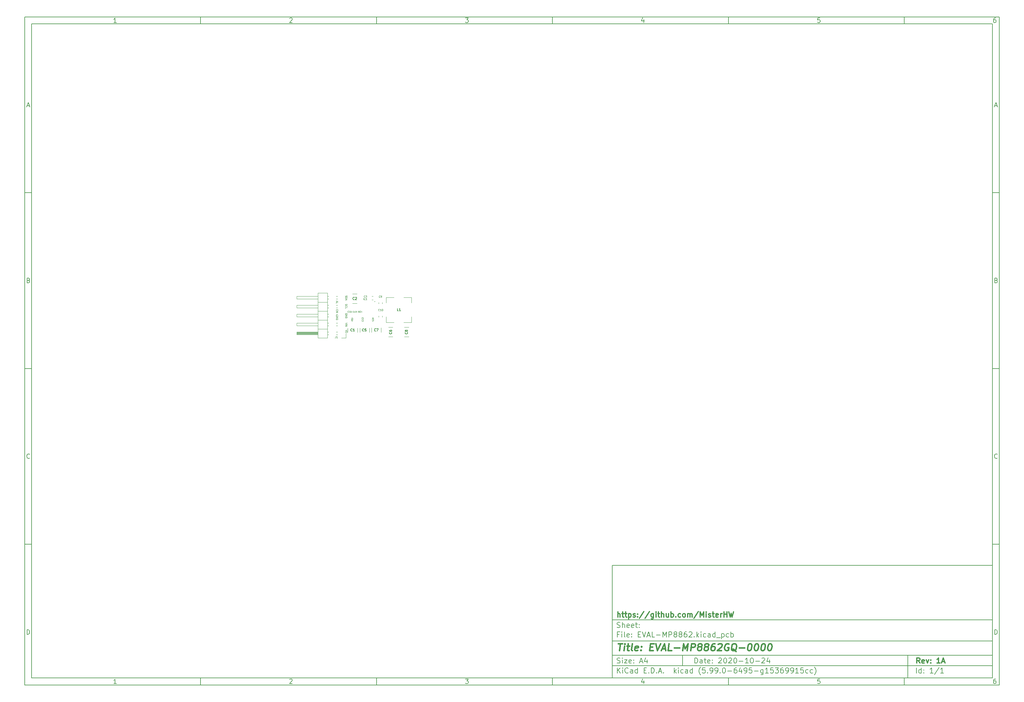
<source format=gbr>
G04 #@! TF.GenerationSoftware,KiCad,Pcbnew,(5.99.0-6495-g15369915cc)*
G04 #@! TF.CreationDate,2020-10-24T18:43:56+02:00*
G04 #@! TF.ProjectId,EVAL-MP8862,4556414c-2d4d-4503-9838-36322e6b6963,1A*
G04 #@! TF.SameCoordinates,Original*
G04 #@! TF.FileFunction,Legend,Top*
G04 #@! TF.FilePolarity,Positive*
%FSLAX46Y46*%
G04 Gerber Fmt 4.6, Leading zero omitted, Abs format (unit mm)*
G04 Created by KiCad (PCBNEW (5.99.0-6495-g15369915cc)) date 2020-10-24 18:43:56*
%MOMM*%
%LPD*%
G01*
G04 APERTURE LIST*
%ADD10C,0.100000*%
%ADD11C,0.150000*%
%ADD12C,0.300000*%
%ADD13C,0.400000*%
%ADD14C,0.125000*%
%ADD15C,0.120000*%
%ADD16C,0.200000*%
G04 APERTURE END LIST*
D10*
D11*
X177002200Y-166007200D02*
X177002200Y-198007200D01*
X285002200Y-198007200D01*
X285002200Y-166007200D01*
X177002200Y-166007200D01*
D10*
D11*
X10000000Y-10000000D02*
X10000000Y-200007200D01*
X287002200Y-200007200D01*
X287002200Y-10000000D01*
X10000000Y-10000000D01*
D10*
D11*
X12000000Y-12000000D02*
X12000000Y-198007200D01*
X285002200Y-198007200D01*
X285002200Y-12000000D01*
X12000000Y-12000000D01*
D10*
D11*
X60000000Y-12000000D02*
X60000000Y-10000000D01*
D10*
D11*
X110000000Y-12000000D02*
X110000000Y-10000000D01*
D10*
D11*
X160000000Y-12000000D02*
X160000000Y-10000000D01*
D10*
D11*
X210000000Y-12000000D02*
X210000000Y-10000000D01*
D10*
D11*
X260000000Y-12000000D02*
X260000000Y-10000000D01*
D10*
D11*
X36065476Y-11588095D02*
X35322619Y-11588095D01*
X35694047Y-11588095D02*
X35694047Y-10288095D01*
X35570238Y-10473809D01*
X35446428Y-10597619D01*
X35322619Y-10659523D01*
D10*
D11*
X85322619Y-10411904D02*
X85384523Y-10350000D01*
X85508333Y-10288095D01*
X85817857Y-10288095D01*
X85941666Y-10350000D01*
X86003571Y-10411904D01*
X86065476Y-10535714D01*
X86065476Y-10659523D01*
X86003571Y-10845238D01*
X85260714Y-11588095D01*
X86065476Y-11588095D01*
D10*
D11*
X135260714Y-10288095D02*
X136065476Y-10288095D01*
X135632142Y-10783333D01*
X135817857Y-10783333D01*
X135941666Y-10845238D01*
X136003571Y-10907142D01*
X136065476Y-11030952D01*
X136065476Y-11340476D01*
X136003571Y-11464285D01*
X135941666Y-11526190D01*
X135817857Y-11588095D01*
X135446428Y-11588095D01*
X135322619Y-11526190D01*
X135260714Y-11464285D01*
D10*
D11*
X185941666Y-10721428D02*
X185941666Y-11588095D01*
X185632142Y-10226190D02*
X185322619Y-11154761D01*
X186127380Y-11154761D01*
D10*
D11*
X236003571Y-10288095D02*
X235384523Y-10288095D01*
X235322619Y-10907142D01*
X235384523Y-10845238D01*
X235508333Y-10783333D01*
X235817857Y-10783333D01*
X235941666Y-10845238D01*
X236003571Y-10907142D01*
X236065476Y-11030952D01*
X236065476Y-11340476D01*
X236003571Y-11464285D01*
X235941666Y-11526190D01*
X235817857Y-11588095D01*
X235508333Y-11588095D01*
X235384523Y-11526190D01*
X235322619Y-11464285D01*
D10*
D11*
X285941666Y-10288095D02*
X285694047Y-10288095D01*
X285570238Y-10350000D01*
X285508333Y-10411904D01*
X285384523Y-10597619D01*
X285322619Y-10845238D01*
X285322619Y-11340476D01*
X285384523Y-11464285D01*
X285446428Y-11526190D01*
X285570238Y-11588095D01*
X285817857Y-11588095D01*
X285941666Y-11526190D01*
X286003571Y-11464285D01*
X286065476Y-11340476D01*
X286065476Y-11030952D01*
X286003571Y-10907142D01*
X285941666Y-10845238D01*
X285817857Y-10783333D01*
X285570238Y-10783333D01*
X285446428Y-10845238D01*
X285384523Y-10907142D01*
X285322619Y-11030952D01*
D10*
D11*
X60000000Y-198007200D02*
X60000000Y-200007200D01*
D10*
D11*
X110000000Y-198007200D02*
X110000000Y-200007200D01*
D10*
D11*
X160000000Y-198007200D02*
X160000000Y-200007200D01*
D10*
D11*
X210000000Y-198007200D02*
X210000000Y-200007200D01*
D10*
D11*
X260000000Y-198007200D02*
X260000000Y-200007200D01*
D10*
D11*
X36065476Y-199595295D02*
X35322619Y-199595295D01*
X35694047Y-199595295D02*
X35694047Y-198295295D01*
X35570238Y-198481009D01*
X35446428Y-198604819D01*
X35322619Y-198666723D01*
D10*
D11*
X85322619Y-198419104D02*
X85384523Y-198357200D01*
X85508333Y-198295295D01*
X85817857Y-198295295D01*
X85941666Y-198357200D01*
X86003571Y-198419104D01*
X86065476Y-198542914D01*
X86065476Y-198666723D01*
X86003571Y-198852438D01*
X85260714Y-199595295D01*
X86065476Y-199595295D01*
D10*
D11*
X135260714Y-198295295D02*
X136065476Y-198295295D01*
X135632142Y-198790533D01*
X135817857Y-198790533D01*
X135941666Y-198852438D01*
X136003571Y-198914342D01*
X136065476Y-199038152D01*
X136065476Y-199347676D01*
X136003571Y-199471485D01*
X135941666Y-199533390D01*
X135817857Y-199595295D01*
X135446428Y-199595295D01*
X135322619Y-199533390D01*
X135260714Y-199471485D01*
D10*
D11*
X185941666Y-198728628D02*
X185941666Y-199595295D01*
X185632142Y-198233390D02*
X185322619Y-199161961D01*
X186127380Y-199161961D01*
D10*
D11*
X236003571Y-198295295D02*
X235384523Y-198295295D01*
X235322619Y-198914342D01*
X235384523Y-198852438D01*
X235508333Y-198790533D01*
X235817857Y-198790533D01*
X235941666Y-198852438D01*
X236003571Y-198914342D01*
X236065476Y-199038152D01*
X236065476Y-199347676D01*
X236003571Y-199471485D01*
X235941666Y-199533390D01*
X235817857Y-199595295D01*
X235508333Y-199595295D01*
X235384523Y-199533390D01*
X235322619Y-199471485D01*
D10*
D11*
X285941666Y-198295295D02*
X285694047Y-198295295D01*
X285570238Y-198357200D01*
X285508333Y-198419104D01*
X285384523Y-198604819D01*
X285322619Y-198852438D01*
X285322619Y-199347676D01*
X285384523Y-199471485D01*
X285446428Y-199533390D01*
X285570238Y-199595295D01*
X285817857Y-199595295D01*
X285941666Y-199533390D01*
X286003571Y-199471485D01*
X286065476Y-199347676D01*
X286065476Y-199038152D01*
X286003571Y-198914342D01*
X285941666Y-198852438D01*
X285817857Y-198790533D01*
X285570238Y-198790533D01*
X285446428Y-198852438D01*
X285384523Y-198914342D01*
X285322619Y-199038152D01*
D10*
D11*
X10000000Y-60000000D02*
X12000000Y-60000000D01*
D10*
D11*
X10000000Y-110000000D02*
X12000000Y-110000000D01*
D10*
D11*
X10000000Y-160000000D02*
X12000000Y-160000000D01*
D10*
D11*
X10690476Y-35216666D02*
X11309523Y-35216666D01*
X10566666Y-35588095D02*
X11000000Y-34288095D01*
X11433333Y-35588095D01*
D10*
D11*
X11092857Y-84907142D02*
X11278571Y-84969047D01*
X11340476Y-85030952D01*
X11402380Y-85154761D01*
X11402380Y-85340476D01*
X11340476Y-85464285D01*
X11278571Y-85526190D01*
X11154761Y-85588095D01*
X10659523Y-85588095D01*
X10659523Y-84288095D01*
X11092857Y-84288095D01*
X11216666Y-84350000D01*
X11278571Y-84411904D01*
X11340476Y-84535714D01*
X11340476Y-84659523D01*
X11278571Y-84783333D01*
X11216666Y-84845238D01*
X11092857Y-84907142D01*
X10659523Y-84907142D01*
D10*
D11*
X11402380Y-135464285D02*
X11340476Y-135526190D01*
X11154761Y-135588095D01*
X11030952Y-135588095D01*
X10845238Y-135526190D01*
X10721428Y-135402380D01*
X10659523Y-135278571D01*
X10597619Y-135030952D01*
X10597619Y-134845238D01*
X10659523Y-134597619D01*
X10721428Y-134473809D01*
X10845238Y-134350000D01*
X11030952Y-134288095D01*
X11154761Y-134288095D01*
X11340476Y-134350000D01*
X11402380Y-134411904D01*
D10*
D11*
X10659523Y-185588095D02*
X10659523Y-184288095D01*
X10969047Y-184288095D01*
X11154761Y-184350000D01*
X11278571Y-184473809D01*
X11340476Y-184597619D01*
X11402380Y-184845238D01*
X11402380Y-185030952D01*
X11340476Y-185278571D01*
X11278571Y-185402380D01*
X11154761Y-185526190D01*
X10969047Y-185588095D01*
X10659523Y-185588095D01*
D10*
D11*
X287002200Y-60000000D02*
X285002200Y-60000000D01*
D10*
D11*
X287002200Y-110000000D02*
X285002200Y-110000000D01*
D10*
D11*
X287002200Y-160000000D02*
X285002200Y-160000000D01*
D10*
D11*
X285692676Y-35216666D02*
X286311723Y-35216666D01*
X285568866Y-35588095D02*
X286002200Y-34288095D01*
X286435533Y-35588095D01*
D10*
D11*
X286095057Y-84907142D02*
X286280771Y-84969047D01*
X286342676Y-85030952D01*
X286404580Y-85154761D01*
X286404580Y-85340476D01*
X286342676Y-85464285D01*
X286280771Y-85526190D01*
X286156961Y-85588095D01*
X285661723Y-85588095D01*
X285661723Y-84288095D01*
X286095057Y-84288095D01*
X286218866Y-84350000D01*
X286280771Y-84411904D01*
X286342676Y-84535714D01*
X286342676Y-84659523D01*
X286280771Y-84783333D01*
X286218866Y-84845238D01*
X286095057Y-84907142D01*
X285661723Y-84907142D01*
D10*
D11*
X286404580Y-135464285D02*
X286342676Y-135526190D01*
X286156961Y-135588095D01*
X286033152Y-135588095D01*
X285847438Y-135526190D01*
X285723628Y-135402380D01*
X285661723Y-135278571D01*
X285599819Y-135030952D01*
X285599819Y-134845238D01*
X285661723Y-134597619D01*
X285723628Y-134473809D01*
X285847438Y-134350000D01*
X286033152Y-134288095D01*
X286156961Y-134288095D01*
X286342676Y-134350000D01*
X286404580Y-134411904D01*
D10*
D11*
X285661723Y-185588095D02*
X285661723Y-184288095D01*
X285971247Y-184288095D01*
X286156961Y-184350000D01*
X286280771Y-184473809D01*
X286342676Y-184597619D01*
X286404580Y-184845238D01*
X286404580Y-185030952D01*
X286342676Y-185278571D01*
X286280771Y-185402380D01*
X286156961Y-185526190D01*
X285971247Y-185588095D01*
X285661723Y-185588095D01*
D10*
D11*
X200434342Y-193785771D02*
X200434342Y-192285771D01*
X200791485Y-192285771D01*
X201005771Y-192357200D01*
X201148628Y-192500057D01*
X201220057Y-192642914D01*
X201291485Y-192928628D01*
X201291485Y-193142914D01*
X201220057Y-193428628D01*
X201148628Y-193571485D01*
X201005771Y-193714342D01*
X200791485Y-193785771D01*
X200434342Y-193785771D01*
X202577200Y-193785771D02*
X202577200Y-193000057D01*
X202505771Y-192857200D01*
X202362914Y-192785771D01*
X202077200Y-192785771D01*
X201934342Y-192857200D01*
X202577200Y-193714342D02*
X202434342Y-193785771D01*
X202077200Y-193785771D01*
X201934342Y-193714342D01*
X201862914Y-193571485D01*
X201862914Y-193428628D01*
X201934342Y-193285771D01*
X202077200Y-193214342D01*
X202434342Y-193214342D01*
X202577200Y-193142914D01*
X203077200Y-192785771D02*
X203648628Y-192785771D01*
X203291485Y-192285771D02*
X203291485Y-193571485D01*
X203362914Y-193714342D01*
X203505771Y-193785771D01*
X203648628Y-193785771D01*
X204720057Y-193714342D02*
X204577200Y-193785771D01*
X204291485Y-193785771D01*
X204148628Y-193714342D01*
X204077200Y-193571485D01*
X204077200Y-193000057D01*
X204148628Y-192857200D01*
X204291485Y-192785771D01*
X204577200Y-192785771D01*
X204720057Y-192857200D01*
X204791485Y-193000057D01*
X204791485Y-193142914D01*
X204077200Y-193285771D01*
X205434342Y-193642914D02*
X205505771Y-193714342D01*
X205434342Y-193785771D01*
X205362914Y-193714342D01*
X205434342Y-193642914D01*
X205434342Y-193785771D01*
X205434342Y-192857200D02*
X205505771Y-192928628D01*
X205434342Y-193000057D01*
X205362914Y-192928628D01*
X205434342Y-192857200D01*
X205434342Y-193000057D01*
X207220057Y-192428628D02*
X207291485Y-192357200D01*
X207434342Y-192285771D01*
X207791485Y-192285771D01*
X207934342Y-192357200D01*
X208005771Y-192428628D01*
X208077200Y-192571485D01*
X208077200Y-192714342D01*
X208005771Y-192928628D01*
X207148628Y-193785771D01*
X208077200Y-193785771D01*
X209005771Y-192285771D02*
X209148628Y-192285771D01*
X209291485Y-192357200D01*
X209362914Y-192428628D01*
X209434342Y-192571485D01*
X209505771Y-192857200D01*
X209505771Y-193214342D01*
X209434342Y-193500057D01*
X209362914Y-193642914D01*
X209291485Y-193714342D01*
X209148628Y-193785771D01*
X209005771Y-193785771D01*
X208862914Y-193714342D01*
X208791485Y-193642914D01*
X208720057Y-193500057D01*
X208648628Y-193214342D01*
X208648628Y-192857200D01*
X208720057Y-192571485D01*
X208791485Y-192428628D01*
X208862914Y-192357200D01*
X209005771Y-192285771D01*
X210077200Y-192428628D02*
X210148628Y-192357200D01*
X210291485Y-192285771D01*
X210648628Y-192285771D01*
X210791485Y-192357200D01*
X210862914Y-192428628D01*
X210934342Y-192571485D01*
X210934342Y-192714342D01*
X210862914Y-192928628D01*
X210005771Y-193785771D01*
X210934342Y-193785771D01*
X211862914Y-192285771D02*
X212005771Y-192285771D01*
X212148628Y-192357200D01*
X212220057Y-192428628D01*
X212291485Y-192571485D01*
X212362914Y-192857200D01*
X212362914Y-193214342D01*
X212291485Y-193500057D01*
X212220057Y-193642914D01*
X212148628Y-193714342D01*
X212005771Y-193785771D01*
X211862914Y-193785771D01*
X211720057Y-193714342D01*
X211648628Y-193642914D01*
X211577200Y-193500057D01*
X211505771Y-193214342D01*
X211505771Y-192857200D01*
X211577200Y-192571485D01*
X211648628Y-192428628D01*
X211720057Y-192357200D01*
X211862914Y-192285771D01*
X213005771Y-193214342D02*
X214148628Y-193214342D01*
X215648628Y-193785771D02*
X214791485Y-193785771D01*
X215220057Y-193785771D02*
X215220057Y-192285771D01*
X215077200Y-192500057D01*
X214934342Y-192642914D01*
X214791485Y-192714342D01*
X216577200Y-192285771D02*
X216720057Y-192285771D01*
X216862914Y-192357200D01*
X216934342Y-192428628D01*
X217005771Y-192571485D01*
X217077200Y-192857200D01*
X217077200Y-193214342D01*
X217005771Y-193500057D01*
X216934342Y-193642914D01*
X216862914Y-193714342D01*
X216720057Y-193785771D01*
X216577200Y-193785771D01*
X216434342Y-193714342D01*
X216362914Y-193642914D01*
X216291485Y-193500057D01*
X216220057Y-193214342D01*
X216220057Y-192857200D01*
X216291485Y-192571485D01*
X216362914Y-192428628D01*
X216434342Y-192357200D01*
X216577200Y-192285771D01*
X217720057Y-193214342D02*
X218862914Y-193214342D01*
X219505771Y-192428628D02*
X219577200Y-192357200D01*
X219720057Y-192285771D01*
X220077200Y-192285771D01*
X220220057Y-192357200D01*
X220291485Y-192428628D01*
X220362914Y-192571485D01*
X220362914Y-192714342D01*
X220291485Y-192928628D01*
X219434342Y-193785771D01*
X220362914Y-193785771D01*
X221648628Y-192785771D02*
X221648628Y-193785771D01*
X221291485Y-192214342D02*
X220934342Y-193285771D01*
X221862914Y-193285771D01*
D10*
D11*
X177002200Y-194507200D02*
X285002200Y-194507200D01*
D10*
D11*
X178434342Y-196585771D02*
X178434342Y-195085771D01*
X179291485Y-196585771D02*
X178648628Y-195728628D01*
X179291485Y-195085771D02*
X178434342Y-195942914D01*
X179934342Y-196585771D02*
X179934342Y-195585771D01*
X179934342Y-195085771D02*
X179862914Y-195157200D01*
X179934342Y-195228628D01*
X180005771Y-195157200D01*
X179934342Y-195085771D01*
X179934342Y-195228628D01*
X181505771Y-196442914D02*
X181434342Y-196514342D01*
X181220057Y-196585771D01*
X181077200Y-196585771D01*
X180862914Y-196514342D01*
X180720057Y-196371485D01*
X180648628Y-196228628D01*
X180577200Y-195942914D01*
X180577200Y-195728628D01*
X180648628Y-195442914D01*
X180720057Y-195300057D01*
X180862914Y-195157200D01*
X181077200Y-195085771D01*
X181220057Y-195085771D01*
X181434342Y-195157200D01*
X181505771Y-195228628D01*
X182791485Y-196585771D02*
X182791485Y-195800057D01*
X182720057Y-195657200D01*
X182577200Y-195585771D01*
X182291485Y-195585771D01*
X182148628Y-195657200D01*
X182791485Y-196514342D02*
X182648628Y-196585771D01*
X182291485Y-196585771D01*
X182148628Y-196514342D01*
X182077200Y-196371485D01*
X182077200Y-196228628D01*
X182148628Y-196085771D01*
X182291485Y-196014342D01*
X182648628Y-196014342D01*
X182791485Y-195942914D01*
X184148628Y-196585771D02*
X184148628Y-195085771D01*
X184148628Y-196514342D02*
X184005771Y-196585771D01*
X183720057Y-196585771D01*
X183577200Y-196514342D01*
X183505771Y-196442914D01*
X183434342Y-196300057D01*
X183434342Y-195871485D01*
X183505771Y-195728628D01*
X183577200Y-195657200D01*
X183720057Y-195585771D01*
X184005771Y-195585771D01*
X184148628Y-195657200D01*
X186005771Y-195800057D02*
X186505771Y-195800057D01*
X186720057Y-196585771D02*
X186005771Y-196585771D01*
X186005771Y-195085771D01*
X186720057Y-195085771D01*
X187362914Y-196442914D02*
X187434342Y-196514342D01*
X187362914Y-196585771D01*
X187291485Y-196514342D01*
X187362914Y-196442914D01*
X187362914Y-196585771D01*
X188077200Y-196585771D02*
X188077200Y-195085771D01*
X188434342Y-195085771D01*
X188648628Y-195157200D01*
X188791485Y-195300057D01*
X188862914Y-195442914D01*
X188934342Y-195728628D01*
X188934342Y-195942914D01*
X188862914Y-196228628D01*
X188791485Y-196371485D01*
X188648628Y-196514342D01*
X188434342Y-196585771D01*
X188077200Y-196585771D01*
X189577200Y-196442914D02*
X189648628Y-196514342D01*
X189577200Y-196585771D01*
X189505771Y-196514342D01*
X189577200Y-196442914D01*
X189577200Y-196585771D01*
X190220057Y-196157200D02*
X190934342Y-196157200D01*
X190077200Y-196585771D02*
X190577200Y-195085771D01*
X191077200Y-196585771D01*
X191577200Y-196442914D02*
X191648628Y-196514342D01*
X191577200Y-196585771D01*
X191505771Y-196514342D01*
X191577200Y-196442914D01*
X191577200Y-196585771D01*
X194577200Y-196585771D02*
X194577200Y-195085771D01*
X194720057Y-196014342D02*
X195148628Y-196585771D01*
X195148628Y-195585771D02*
X194577200Y-196157200D01*
X195791485Y-196585771D02*
X195791485Y-195585771D01*
X195791485Y-195085771D02*
X195720057Y-195157200D01*
X195791485Y-195228628D01*
X195862914Y-195157200D01*
X195791485Y-195085771D01*
X195791485Y-195228628D01*
X197148628Y-196514342D02*
X197005771Y-196585771D01*
X196720057Y-196585771D01*
X196577200Y-196514342D01*
X196505771Y-196442914D01*
X196434342Y-196300057D01*
X196434342Y-195871485D01*
X196505771Y-195728628D01*
X196577200Y-195657200D01*
X196720057Y-195585771D01*
X197005771Y-195585771D01*
X197148628Y-195657200D01*
X198434342Y-196585771D02*
X198434342Y-195800057D01*
X198362914Y-195657200D01*
X198220057Y-195585771D01*
X197934342Y-195585771D01*
X197791485Y-195657200D01*
X198434342Y-196514342D02*
X198291485Y-196585771D01*
X197934342Y-196585771D01*
X197791485Y-196514342D01*
X197720057Y-196371485D01*
X197720057Y-196228628D01*
X197791485Y-196085771D01*
X197934342Y-196014342D01*
X198291485Y-196014342D01*
X198434342Y-195942914D01*
X199791485Y-196585771D02*
X199791485Y-195085771D01*
X199791485Y-196514342D02*
X199648628Y-196585771D01*
X199362914Y-196585771D01*
X199220057Y-196514342D01*
X199148628Y-196442914D01*
X199077200Y-196300057D01*
X199077200Y-195871485D01*
X199148628Y-195728628D01*
X199220057Y-195657200D01*
X199362914Y-195585771D01*
X199648628Y-195585771D01*
X199791485Y-195657200D01*
X202077200Y-197157200D02*
X202005771Y-197085771D01*
X201862914Y-196871485D01*
X201791485Y-196728628D01*
X201720057Y-196514342D01*
X201648628Y-196157200D01*
X201648628Y-195871485D01*
X201720057Y-195514342D01*
X201791485Y-195300057D01*
X201862914Y-195157200D01*
X202005771Y-194942914D01*
X202077200Y-194871485D01*
X203362914Y-195085771D02*
X202648628Y-195085771D01*
X202577200Y-195800057D01*
X202648628Y-195728628D01*
X202791485Y-195657200D01*
X203148628Y-195657200D01*
X203291485Y-195728628D01*
X203362914Y-195800057D01*
X203434342Y-195942914D01*
X203434342Y-196300057D01*
X203362914Y-196442914D01*
X203291485Y-196514342D01*
X203148628Y-196585771D01*
X202791485Y-196585771D01*
X202648628Y-196514342D01*
X202577200Y-196442914D01*
X204077200Y-196442914D02*
X204148628Y-196514342D01*
X204077200Y-196585771D01*
X204005771Y-196514342D01*
X204077200Y-196442914D01*
X204077200Y-196585771D01*
X204862914Y-196585771D02*
X205148628Y-196585771D01*
X205291485Y-196514342D01*
X205362914Y-196442914D01*
X205505771Y-196228628D01*
X205577200Y-195942914D01*
X205577200Y-195371485D01*
X205505771Y-195228628D01*
X205434342Y-195157200D01*
X205291485Y-195085771D01*
X205005771Y-195085771D01*
X204862914Y-195157200D01*
X204791485Y-195228628D01*
X204720057Y-195371485D01*
X204720057Y-195728628D01*
X204791485Y-195871485D01*
X204862914Y-195942914D01*
X205005771Y-196014342D01*
X205291485Y-196014342D01*
X205434342Y-195942914D01*
X205505771Y-195871485D01*
X205577200Y-195728628D01*
X206291485Y-196585771D02*
X206577200Y-196585771D01*
X206720057Y-196514342D01*
X206791485Y-196442914D01*
X206934342Y-196228628D01*
X207005771Y-195942914D01*
X207005771Y-195371485D01*
X206934342Y-195228628D01*
X206862914Y-195157200D01*
X206720057Y-195085771D01*
X206434342Y-195085771D01*
X206291485Y-195157200D01*
X206220057Y-195228628D01*
X206148628Y-195371485D01*
X206148628Y-195728628D01*
X206220057Y-195871485D01*
X206291485Y-195942914D01*
X206434342Y-196014342D01*
X206720057Y-196014342D01*
X206862914Y-195942914D01*
X206934342Y-195871485D01*
X207005771Y-195728628D01*
X207648628Y-196442914D02*
X207720057Y-196514342D01*
X207648628Y-196585771D01*
X207577200Y-196514342D01*
X207648628Y-196442914D01*
X207648628Y-196585771D01*
X208648628Y-195085771D02*
X208791485Y-195085771D01*
X208934342Y-195157200D01*
X209005771Y-195228628D01*
X209077200Y-195371485D01*
X209148628Y-195657200D01*
X209148628Y-196014342D01*
X209077200Y-196300057D01*
X209005771Y-196442914D01*
X208934342Y-196514342D01*
X208791485Y-196585771D01*
X208648628Y-196585771D01*
X208505771Y-196514342D01*
X208434342Y-196442914D01*
X208362914Y-196300057D01*
X208291485Y-196014342D01*
X208291485Y-195657200D01*
X208362914Y-195371485D01*
X208434342Y-195228628D01*
X208505771Y-195157200D01*
X208648628Y-195085771D01*
X209791485Y-196014342D02*
X210934342Y-196014342D01*
X212291485Y-195085771D02*
X212005771Y-195085771D01*
X211862914Y-195157200D01*
X211791485Y-195228628D01*
X211648628Y-195442914D01*
X211577200Y-195728628D01*
X211577200Y-196300057D01*
X211648628Y-196442914D01*
X211720057Y-196514342D01*
X211862914Y-196585771D01*
X212148628Y-196585771D01*
X212291485Y-196514342D01*
X212362914Y-196442914D01*
X212434342Y-196300057D01*
X212434342Y-195942914D01*
X212362914Y-195800057D01*
X212291485Y-195728628D01*
X212148628Y-195657200D01*
X211862914Y-195657200D01*
X211720057Y-195728628D01*
X211648628Y-195800057D01*
X211577200Y-195942914D01*
X213720057Y-195585771D02*
X213720057Y-196585771D01*
X213362914Y-195014342D02*
X213005771Y-196085771D01*
X213934342Y-196085771D01*
X214577200Y-196585771D02*
X214862914Y-196585771D01*
X215005771Y-196514342D01*
X215077200Y-196442914D01*
X215220057Y-196228628D01*
X215291485Y-195942914D01*
X215291485Y-195371485D01*
X215220057Y-195228628D01*
X215148628Y-195157200D01*
X215005771Y-195085771D01*
X214720057Y-195085771D01*
X214577200Y-195157200D01*
X214505771Y-195228628D01*
X214434342Y-195371485D01*
X214434342Y-195728628D01*
X214505771Y-195871485D01*
X214577200Y-195942914D01*
X214720057Y-196014342D01*
X215005771Y-196014342D01*
X215148628Y-195942914D01*
X215220057Y-195871485D01*
X215291485Y-195728628D01*
X216648628Y-195085771D02*
X215934342Y-195085771D01*
X215862914Y-195800057D01*
X215934342Y-195728628D01*
X216077200Y-195657200D01*
X216434342Y-195657200D01*
X216577200Y-195728628D01*
X216648628Y-195800057D01*
X216720057Y-195942914D01*
X216720057Y-196300057D01*
X216648628Y-196442914D01*
X216577200Y-196514342D01*
X216434342Y-196585771D01*
X216077200Y-196585771D01*
X215934342Y-196514342D01*
X215862914Y-196442914D01*
X217362914Y-196014342D02*
X218505771Y-196014342D01*
X219862914Y-195585771D02*
X219862914Y-196800057D01*
X219791485Y-196942914D01*
X219720057Y-197014342D01*
X219577200Y-197085771D01*
X219362914Y-197085771D01*
X219220057Y-197014342D01*
X219862914Y-196514342D02*
X219720057Y-196585771D01*
X219434342Y-196585771D01*
X219291485Y-196514342D01*
X219220057Y-196442914D01*
X219148628Y-196300057D01*
X219148628Y-195871485D01*
X219220057Y-195728628D01*
X219291485Y-195657200D01*
X219434342Y-195585771D01*
X219720057Y-195585771D01*
X219862914Y-195657200D01*
X221362914Y-196585771D02*
X220505771Y-196585771D01*
X220934342Y-196585771D02*
X220934342Y-195085771D01*
X220791485Y-195300057D01*
X220648628Y-195442914D01*
X220505771Y-195514342D01*
X222720057Y-195085771D02*
X222005771Y-195085771D01*
X221934342Y-195800057D01*
X222005771Y-195728628D01*
X222148628Y-195657200D01*
X222505771Y-195657200D01*
X222648628Y-195728628D01*
X222720057Y-195800057D01*
X222791485Y-195942914D01*
X222791485Y-196300057D01*
X222720057Y-196442914D01*
X222648628Y-196514342D01*
X222505771Y-196585771D01*
X222148628Y-196585771D01*
X222005771Y-196514342D01*
X221934342Y-196442914D01*
X223291485Y-195085771D02*
X224220057Y-195085771D01*
X223720057Y-195657200D01*
X223934342Y-195657200D01*
X224077200Y-195728628D01*
X224148628Y-195800057D01*
X224220057Y-195942914D01*
X224220057Y-196300057D01*
X224148628Y-196442914D01*
X224077200Y-196514342D01*
X223934342Y-196585771D01*
X223505771Y-196585771D01*
X223362914Y-196514342D01*
X223291485Y-196442914D01*
X225505771Y-195085771D02*
X225220057Y-195085771D01*
X225077200Y-195157200D01*
X225005771Y-195228628D01*
X224862914Y-195442914D01*
X224791485Y-195728628D01*
X224791485Y-196300057D01*
X224862914Y-196442914D01*
X224934342Y-196514342D01*
X225077200Y-196585771D01*
X225362914Y-196585771D01*
X225505771Y-196514342D01*
X225577200Y-196442914D01*
X225648628Y-196300057D01*
X225648628Y-195942914D01*
X225577200Y-195800057D01*
X225505771Y-195728628D01*
X225362914Y-195657200D01*
X225077200Y-195657200D01*
X224934342Y-195728628D01*
X224862914Y-195800057D01*
X224791485Y-195942914D01*
X226362914Y-196585771D02*
X226648628Y-196585771D01*
X226791485Y-196514342D01*
X226862914Y-196442914D01*
X227005771Y-196228628D01*
X227077199Y-195942914D01*
X227077199Y-195371485D01*
X227005771Y-195228628D01*
X226934342Y-195157200D01*
X226791485Y-195085771D01*
X226505771Y-195085771D01*
X226362914Y-195157200D01*
X226291485Y-195228628D01*
X226220057Y-195371485D01*
X226220057Y-195728628D01*
X226291485Y-195871485D01*
X226362914Y-195942914D01*
X226505771Y-196014342D01*
X226791485Y-196014342D01*
X226934342Y-195942914D01*
X227005771Y-195871485D01*
X227077199Y-195728628D01*
X227791485Y-196585771D02*
X228077199Y-196585771D01*
X228220057Y-196514342D01*
X228291485Y-196442914D01*
X228434342Y-196228628D01*
X228505771Y-195942914D01*
X228505771Y-195371485D01*
X228434342Y-195228628D01*
X228362914Y-195157200D01*
X228220057Y-195085771D01*
X227934342Y-195085771D01*
X227791485Y-195157200D01*
X227720057Y-195228628D01*
X227648628Y-195371485D01*
X227648628Y-195728628D01*
X227720057Y-195871485D01*
X227791485Y-195942914D01*
X227934342Y-196014342D01*
X228220057Y-196014342D01*
X228362914Y-195942914D01*
X228434342Y-195871485D01*
X228505771Y-195728628D01*
X229934342Y-196585771D02*
X229077199Y-196585771D01*
X229505771Y-196585771D02*
X229505771Y-195085771D01*
X229362914Y-195300057D01*
X229220057Y-195442914D01*
X229077199Y-195514342D01*
X231291485Y-195085771D02*
X230577199Y-195085771D01*
X230505771Y-195800057D01*
X230577199Y-195728628D01*
X230720057Y-195657200D01*
X231077199Y-195657200D01*
X231220057Y-195728628D01*
X231291485Y-195800057D01*
X231362914Y-195942914D01*
X231362914Y-196300057D01*
X231291485Y-196442914D01*
X231220057Y-196514342D01*
X231077199Y-196585771D01*
X230720057Y-196585771D01*
X230577199Y-196514342D01*
X230505771Y-196442914D01*
X232648628Y-196514342D02*
X232505771Y-196585771D01*
X232220057Y-196585771D01*
X232077199Y-196514342D01*
X232005771Y-196442914D01*
X231934342Y-196300057D01*
X231934342Y-195871485D01*
X232005771Y-195728628D01*
X232077199Y-195657200D01*
X232220057Y-195585771D01*
X232505771Y-195585771D01*
X232648628Y-195657200D01*
X233934342Y-196514342D02*
X233791485Y-196585771D01*
X233505771Y-196585771D01*
X233362914Y-196514342D01*
X233291485Y-196442914D01*
X233220057Y-196300057D01*
X233220057Y-195871485D01*
X233291485Y-195728628D01*
X233362914Y-195657200D01*
X233505771Y-195585771D01*
X233791485Y-195585771D01*
X233934342Y-195657200D01*
X234434342Y-197157200D02*
X234505771Y-197085771D01*
X234648628Y-196871485D01*
X234720057Y-196728628D01*
X234791485Y-196514342D01*
X234862914Y-196157200D01*
X234862914Y-195871485D01*
X234791485Y-195514342D01*
X234720057Y-195300057D01*
X234648628Y-195157200D01*
X234505771Y-194942914D01*
X234434342Y-194871485D01*
D10*
D11*
X177002200Y-191507200D02*
X285002200Y-191507200D01*
D10*
D12*
X264411485Y-193785771D02*
X263911485Y-193071485D01*
X263554342Y-193785771D02*
X263554342Y-192285771D01*
X264125771Y-192285771D01*
X264268628Y-192357200D01*
X264340057Y-192428628D01*
X264411485Y-192571485D01*
X264411485Y-192785771D01*
X264340057Y-192928628D01*
X264268628Y-193000057D01*
X264125771Y-193071485D01*
X263554342Y-193071485D01*
X265625771Y-193714342D02*
X265482914Y-193785771D01*
X265197200Y-193785771D01*
X265054342Y-193714342D01*
X264982914Y-193571485D01*
X264982914Y-193000057D01*
X265054342Y-192857200D01*
X265197200Y-192785771D01*
X265482914Y-192785771D01*
X265625771Y-192857200D01*
X265697200Y-193000057D01*
X265697200Y-193142914D01*
X264982914Y-193285771D01*
X266197200Y-192785771D02*
X266554342Y-193785771D01*
X266911485Y-192785771D01*
X267482914Y-193642914D02*
X267554342Y-193714342D01*
X267482914Y-193785771D01*
X267411485Y-193714342D01*
X267482914Y-193642914D01*
X267482914Y-193785771D01*
X267482914Y-192857200D02*
X267554342Y-192928628D01*
X267482914Y-193000057D01*
X267411485Y-192928628D01*
X267482914Y-192857200D01*
X267482914Y-193000057D01*
X270125771Y-193785771D02*
X269268628Y-193785771D01*
X269697200Y-193785771D02*
X269697200Y-192285771D01*
X269554342Y-192500057D01*
X269411485Y-192642914D01*
X269268628Y-192714342D01*
X270697200Y-193357200D02*
X271411485Y-193357200D01*
X270554342Y-193785771D02*
X271054342Y-192285771D01*
X271554342Y-193785771D01*
D10*
D11*
X178362914Y-193714342D02*
X178577200Y-193785771D01*
X178934342Y-193785771D01*
X179077200Y-193714342D01*
X179148628Y-193642914D01*
X179220057Y-193500057D01*
X179220057Y-193357200D01*
X179148628Y-193214342D01*
X179077200Y-193142914D01*
X178934342Y-193071485D01*
X178648628Y-193000057D01*
X178505771Y-192928628D01*
X178434342Y-192857200D01*
X178362914Y-192714342D01*
X178362914Y-192571485D01*
X178434342Y-192428628D01*
X178505771Y-192357200D01*
X178648628Y-192285771D01*
X179005771Y-192285771D01*
X179220057Y-192357200D01*
X179862914Y-193785771D02*
X179862914Y-192785771D01*
X179862914Y-192285771D02*
X179791485Y-192357200D01*
X179862914Y-192428628D01*
X179934342Y-192357200D01*
X179862914Y-192285771D01*
X179862914Y-192428628D01*
X180434342Y-192785771D02*
X181220057Y-192785771D01*
X180434342Y-193785771D01*
X181220057Y-193785771D01*
X182362914Y-193714342D02*
X182220057Y-193785771D01*
X181934342Y-193785771D01*
X181791485Y-193714342D01*
X181720057Y-193571485D01*
X181720057Y-193000057D01*
X181791485Y-192857200D01*
X181934342Y-192785771D01*
X182220057Y-192785771D01*
X182362914Y-192857200D01*
X182434342Y-193000057D01*
X182434342Y-193142914D01*
X181720057Y-193285771D01*
X183077200Y-193642914D02*
X183148628Y-193714342D01*
X183077200Y-193785771D01*
X183005771Y-193714342D01*
X183077200Y-193642914D01*
X183077200Y-193785771D01*
X183077200Y-192857200D02*
X183148628Y-192928628D01*
X183077200Y-193000057D01*
X183005771Y-192928628D01*
X183077200Y-192857200D01*
X183077200Y-193000057D01*
X184862914Y-193357200D02*
X185577200Y-193357200D01*
X184720057Y-193785771D02*
X185220057Y-192285771D01*
X185720057Y-193785771D01*
X186862914Y-192785771D02*
X186862914Y-193785771D01*
X186505771Y-192214342D02*
X186148628Y-193285771D01*
X187077200Y-193285771D01*
D10*
D11*
X263434342Y-196585771D02*
X263434342Y-195085771D01*
X264791485Y-196585771D02*
X264791485Y-195085771D01*
X264791485Y-196514342D02*
X264648628Y-196585771D01*
X264362914Y-196585771D01*
X264220057Y-196514342D01*
X264148628Y-196442914D01*
X264077200Y-196300057D01*
X264077200Y-195871485D01*
X264148628Y-195728628D01*
X264220057Y-195657200D01*
X264362914Y-195585771D01*
X264648628Y-195585771D01*
X264791485Y-195657200D01*
X265505771Y-196442914D02*
X265577200Y-196514342D01*
X265505771Y-196585771D01*
X265434342Y-196514342D01*
X265505771Y-196442914D01*
X265505771Y-196585771D01*
X265505771Y-195657200D02*
X265577200Y-195728628D01*
X265505771Y-195800057D01*
X265434342Y-195728628D01*
X265505771Y-195657200D01*
X265505771Y-195800057D01*
X268148628Y-196585771D02*
X267291485Y-196585771D01*
X267720057Y-196585771D02*
X267720057Y-195085771D01*
X267577200Y-195300057D01*
X267434342Y-195442914D01*
X267291485Y-195514342D01*
X269862914Y-195014342D02*
X268577200Y-196942914D01*
X271148628Y-196585771D02*
X270291485Y-196585771D01*
X270720057Y-196585771D02*
X270720057Y-195085771D01*
X270577200Y-195300057D01*
X270434342Y-195442914D01*
X270291485Y-195514342D01*
D10*
D11*
X177002200Y-187507200D02*
X285002200Y-187507200D01*
D10*
D13*
X178714580Y-188211961D02*
X179857438Y-188211961D01*
X179036009Y-190211961D02*
X179286009Y-188211961D01*
X180274104Y-190211961D02*
X180440771Y-188878628D01*
X180524104Y-188211961D02*
X180416961Y-188307200D01*
X180500295Y-188402438D01*
X180607438Y-188307200D01*
X180524104Y-188211961D01*
X180500295Y-188402438D01*
X181107438Y-188878628D02*
X181869342Y-188878628D01*
X181476485Y-188211961D02*
X181262200Y-189926247D01*
X181333628Y-190116723D01*
X181512200Y-190211961D01*
X181702676Y-190211961D01*
X182655057Y-190211961D02*
X182476485Y-190116723D01*
X182405057Y-189926247D01*
X182619342Y-188211961D01*
X184190771Y-190116723D02*
X183988390Y-190211961D01*
X183607438Y-190211961D01*
X183428866Y-190116723D01*
X183357438Y-189926247D01*
X183452676Y-189164342D01*
X183571723Y-188973866D01*
X183774104Y-188878628D01*
X184155057Y-188878628D01*
X184333628Y-188973866D01*
X184405057Y-189164342D01*
X184381247Y-189354819D01*
X183405057Y-189545295D01*
X185155057Y-190021485D02*
X185238390Y-190116723D01*
X185131247Y-190211961D01*
X185047914Y-190116723D01*
X185155057Y-190021485D01*
X185131247Y-190211961D01*
X185286009Y-188973866D02*
X185369342Y-189069104D01*
X185262200Y-189164342D01*
X185178866Y-189069104D01*
X185286009Y-188973866D01*
X185262200Y-189164342D01*
X187738390Y-189164342D02*
X188405057Y-189164342D01*
X188559819Y-190211961D02*
X187607438Y-190211961D01*
X187857438Y-188211961D01*
X188809819Y-188211961D01*
X189381247Y-188211961D02*
X189797914Y-190211961D01*
X190714580Y-188211961D01*
X191107438Y-189640533D02*
X192059819Y-189640533D01*
X190845533Y-190211961D02*
X191762200Y-188211961D01*
X192178866Y-190211961D01*
X193797914Y-190211961D02*
X192845533Y-190211961D01*
X193095533Y-188211961D01*
X194559819Y-189450057D02*
X196083628Y-189450057D01*
X196940771Y-190211961D02*
X197190771Y-188211961D01*
X197678866Y-189640533D01*
X198524104Y-188211961D01*
X198274104Y-190211961D01*
X199226485Y-190211961D02*
X199476485Y-188211961D01*
X200238390Y-188211961D01*
X200416961Y-188307200D01*
X200500295Y-188402438D01*
X200571723Y-188592914D01*
X200536009Y-188878628D01*
X200416961Y-189069104D01*
X200309819Y-189164342D01*
X200107438Y-189259580D01*
X199345533Y-189259580D01*
X201655057Y-189069104D02*
X201476485Y-188973866D01*
X201393152Y-188878628D01*
X201321723Y-188688152D01*
X201333628Y-188592914D01*
X201452676Y-188402438D01*
X201559819Y-188307200D01*
X201762200Y-188211961D01*
X202143152Y-188211961D01*
X202321723Y-188307200D01*
X202405057Y-188402438D01*
X202476485Y-188592914D01*
X202464580Y-188688152D01*
X202345533Y-188878628D01*
X202238390Y-188973866D01*
X202036009Y-189069104D01*
X201655057Y-189069104D01*
X201452676Y-189164342D01*
X201345533Y-189259580D01*
X201226485Y-189450057D01*
X201178866Y-189831009D01*
X201250295Y-190021485D01*
X201333628Y-190116723D01*
X201512200Y-190211961D01*
X201893152Y-190211961D01*
X202095533Y-190116723D01*
X202202676Y-190021485D01*
X202321723Y-189831009D01*
X202369342Y-189450057D01*
X202297914Y-189259580D01*
X202214580Y-189164342D01*
X202036009Y-189069104D01*
X203559819Y-189069104D02*
X203381247Y-188973866D01*
X203297914Y-188878628D01*
X203226485Y-188688152D01*
X203238390Y-188592914D01*
X203357438Y-188402438D01*
X203464580Y-188307200D01*
X203666961Y-188211961D01*
X204047914Y-188211961D01*
X204226485Y-188307200D01*
X204309819Y-188402438D01*
X204381247Y-188592914D01*
X204369342Y-188688152D01*
X204250295Y-188878628D01*
X204143152Y-188973866D01*
X203940771Y-189069104D01*
X203559819Y-189069104D01*
X203357438Y-189164342D01*
X203250295Y-189259580D01*
X203131247Y-189450057D01*
X203083628Y-189831009D01*
X203155057Y-190021485D01*
X203238390Y-190116723D01*
X203416961Y-190211961D01*
X203797914Y-190211961D01*
X204000295Y-190116723D01*
X204107438Y-190021485D01*
X204226485Y-189831009D01*
X204274104Y-189450057D01*
X204202676Y-189259580D01*
X204119342Y-189164342D01*
X203940771Y-189069104D01*
X206143152Y-188211961D02*
X205762200Y-188211961D01*
X205559819Y-188307200D01*
X205452676Y-188402438D01*
X205226485Y-188688152D01*
X205083628Y-189069104D01*
X204988390Y-189831009D01*
X205059819Y-190021485D01*
X205143152Y-190116723D01*
X205321723Y-190211961D01*
X205702676Y-190211961D01*
X205905057Y-190116723D01*
X206012200Y-190021485D01*
X206131247Y-189831009D01*
X206190771Y-189354819D01*
X206119342Y-189164342D01*
X206036009Y-189069104D01*
X205857438Y-188973866D01*
X205476485Y-188973866D01*
X205274104Y-189069104D01*
X205166961Y-189164342D01*
X205047914Y-189354819D01*
X207071723Y-188402438D02*
X207178866Y-188307200D01*
X207381247Y-188211961D01*
X207857438Y-188211961D01*
X208036009Y-188307200D01*
X208119342Y-188402438D01*
X208190771Y-188592914D01*
X208166961Y-188783390D01*
X208036009Y-189069104D01*
X206750295Y-190211961D01*
X207988390Y-190211961D01*
X210131247Y-188307200D02*
X209952676Y-188211961D01*
X209666961Y-188211961D01*
X209369342Y-188307200D01*
X209155057Y-188497676D01*
X209036009Y-188688152D01*
X208893152Y-189069104D01*
X208857438Y-189354819D01*
X208905057Y-189735771D01*
X208976485Y-189926247D01*
X209143152Y-190116723D01*
X209416961Y-190211961D01*
X209607438Y-190211961D01*
X209905057Y-190116723D01*
X210012200Y-190021485D01*
X210095533Y-189354819D01*
X209714580Y-189354819D01*
X212155057Y-190402438D02*
X211976485Y-190307200D01*
X211809819Y-190116723D01*
X211559819Y-189831009D01*
X211381247Y-189735771D01*
X211190771Y-189735771D01*
X211226485Y-190211961D02*
X211047914Y-190116723D01*
X210881247Y-189926247D01*
X210833628Y-189545295D01*
X210916961Y-188878628D01*
X211059819Y-188497676D01*
X211274104Y-188307200D01*
X211476485Y-188211961D01*
X211857438Y-188211961D01*
X212036009Y-188307200D01*
X212202676Y-188497676D01*
X212250295Y-188878628D01*
X212166961Y-189545295D01*
X212024104Y-189926247D01*
X211809819Y-190116723D01*
X211607438Y-190211961D01*
X211226485Y-190211961D01*
X213036009Y-189450057D02*
X214559819Y-189450057D01*
X216047914Y-188211961D02*
X216238390Y-188211961D01*
X216416961Y-188307200D01*
X216500295Y-188402438D01*
X216571723Y-188592914D01*
X216619342Y-188973866D01*
X216559819Y-189450057D01*
X216416961Y-189831009D01*
X216297914Y-190021485D01*
X216190771Y-190116723D01*
X215988390Y-190211961D01*
X215797914Y-190211961D01*
X215619342Y-190116723D01*
X215536009Y-190021485D01*
X215464580Y-189831009D01*
X215416961Y-189450057D01*
X215476485Y-188973866D01*
X215619342Y-188592914D01*
X215738390Y-188402438D01*
X215845533Y-188307200D01*
X216047914Y-188211961D01*
X217952676Y-188211961D02*
X218143152Y-188211961D01*
X218321723Y-188307200D01*
X218405057Y-188402438D01*
X218476485Y-188592914D01*
X218524104Y-188973866D01*
X218464580Y-189450057D01*
X218321723Y-189831009D01*
X218202676Y-190021485D01*
X218095533Y-190116723D01*
X217893152Y-190211961D01*
X217702676Y-190211961D01*
X217524104Y-190116723D01*
X217440771Y-190021485D01*
X217369342Y-189831009D01*
X217321723Y-189450057D01*
X217381247Y-188973866D01*
X217524104Y-188592914D01*
X217643152Y-188402438D01*
X217750295Y-188307200D01*
X217952676Y-188211961D01*
X219857438Y-188211961D02*
X220047914Y-188211961D01*
X220226485Y-188307200D01*
X220309819Y-188402438D01*
X220381247Y-188592914D01*
X220428866Y-188973866D01*
X220369342Y-189450057D01*
X220226485Y-189831009D01*
X220107438Y-190021485D01*
X220000295Y-190116723D01*
X219797914Y-190211961D01*
X219607438Y-190211961D01*
X219428866Y-190116723D01*
X219345533Y-190021485D01*
X219274104Y-189831009D01*
X219226485Y-189450057D01*
X219286009Y-188973866D01*
X219428866Y-188592914D01*
X219547914Y-188402438D01*
X219655057Y-188307200D01*
X219857438Y-188211961D01*
X221762200Y-188211961D02*
X221952676Y-188211961D01*
X222131247Y-188307200D01*
X222214580Y-188402438D01*
X222286009Y-188592914D01*
X222333628Y-188973866D01*
X222274104Y-189450057D01*
X222131247Y-189831009D01*
X222012200Y-190021485D01*
X221905057Y-190116723D01*
X221702676Y-190211961D01*
X221512200Y-190211961D01*
X221333628Y-190116723D01*
X221250295Y-190021485D01*
X221178866Y-189831009D01*
X221131247Y-189450057D01*
X221190771Y-188973866D01*
X221333628Y-188592914D01*
X221452676Y-188402438D01*
X221559819Y-188307200D01*
X221762200Y-188211961D01*
D10*
D11*
X178934342Y-185600057D02*
X178434342Y-185600057D01*
X178434342Y-186385771D02*
X178434342Y-184885771D01*
X179148628Y-184885771D01*
X179720057Y-186385771D02*
X179720057Y-185385771D01*
X179720057Y-184885771D02*
X179648628Y-184957200D01*
X179720057Y-185028628D01*
X179791485Y-184957200D01*
X179720057Y-184885771D01*
X179720057Y-185028628D01*
X180648628Y-186385771D02*
X180505771Y-186314342D01*
X180434342Y-186171485D01*
X180434342Y-184885771D01*
X181791485Y-186314342D02*
X181648628Y-186385771D01*
X181362914Y-186385771D01*
X181220057Y-186314342D01*
X181148628Y-186171485D01*
X181148628Y-185600057D01*
X181220057Y-185457200D01*
X181362914Y-185385771D01*
X181648628Y-185385771D01*
X181791485Y-185457200D01*
X181862914Y-185600057D01*
X181862914Y-185742914D01*
X181148628Y-185885771D01*
X182505771Y-186242914D02*
X182577200Y-186314342D01*
X182505771Y-186385771D01*
X182434342Y-186314342D01*
X182505771Y-186242914D01*
X182505771Y-186385771D01*
X182505771Y-185457200D02*
X182577200Y-185528628D01*
X182505771Y-185600057D01*
X182434342Y-185528628D01*
X182505771Y-185457200D01*
X182505771Y-185600057D01*
X184362914Y-185600057D02*
X184862914Y-185600057D01*
X185077200Y-186385771D02*
X184362914Y-186385771D01*
X184362914Y-184885771D01*
X185077200Y-184885771D01*
X185505771Y-184885771D02*
X186005771Y-186385771D01*
X186505771Y-184885771D01*
X186934342Y-185957200D02*
X187648628Y-185957200D01*
X186791485Y-186385771D02*
X187291485Y-184885771D01*
X187791485Y-186385771D01*
X189005771Y-186385771D02*
X188291485Y-186385771D01*
X188291485Y-184885771D01*
X189505771Y-185814342D02*
X190648628Y-185814342D01*
X191362914Y-186385771D02*
X191362914Y-184885771D01*
X191862914Y-185957200D01*
X192362914Y-184885771D01*
X192362914Y-186385771D01*
X193077200Y-186385771D02*
X193077200Y-184885771D01*
X193648628Y-184885771D01*
X193791485Y-184957200D01*
X193862914Y-185028628D01*
X193934342Y-185171485D01*
X193934342Y-185385771D01*
X193862914Y-185528628D01*
X193791485Y-185600057D01*
X193648628Y-185671485D01*
X193077200Y-185671485D01*
X194791485Y-185528628D02*
X194648628Y-185457200D01*
X194577200Y-185385771D01*
X194505771Y-185242914D01*
X194505771Y-185171485D01*
X194577200Y-185028628D01*
X194648628Y-184957200D01*
X194791485Y-184885771D01*
X195077200Y-184885771D01*
X195220057Y-184957200D01*
X195291485Y-185028628D01*
X195362914Y-185171485D01*
X195362914Y-185242914D01*
X195291485Y-185385771D01*
X195220057Y-185457200D01*
X195077200Y-185528628D01*
X194791485Y-185528628D01*
X194648628Y-185600057D01*
X194577200Y-185671485D01*
X194505771Y-185814342D01*
X194505771Y-186100057D01*
X194577200Y-186242914D01*
X194648628Y-186314342D01*
X194791485Y-186385771D01*
X195077200Y-186385771D01*
X195220057Y-186314342D01*
X195291485Y-186242914D01*
X195362914Y-186100057D01*
X195362914Y-185814342D01*
X195291485Y-185671485D01*
X195220057Y-185600057D01*
X195077200Y-185528628D01*
X196220057Y-185528628D02*
X196077200Y-185457200D01*
X196005771Y-185385771D01*
X195934342Y-185242914D01*
X195934342Y-185171485D01*
X196005771Y-185028628D01*
X196077200Y-184957200D01*
X196220057Y-184885771D01*
X196505771Y-184885771D01*
X196648628Y-184957200D01*
X196720057Y-185028628D01*
X196791485Y-185171485D01*
X196791485Y-185242914D01*
X196720057Y-185385771D01*
X196648628Y-185457200D01*
X196505771Y-185528628D01*
X196220057Y-185528628D01*
X196077200Y-185600057D01*
X196005771Y-185671485D01*
X195934342Y-185814342D01*
X195934342Y-186100057D01*
X196005771Y-186242914D01*
X196077200Y-186314342D01*
X196220057Y-186385771D01*
X196505771Y-186385771D01*
X196648628Y-186314342D01*
X196720057Y-186242914D01*
X196791485Y-186100057D01*
X196791485Y-185814342D01*
X196720057Y-185671485D01*
X196648628Y-185600057D01*
X196505771Y-185528628D01*
X198077200Y-184885771D02*
X197791485Y-184885771D01*
X197648628Y-184957200D01*
X197577200Y-185028628D01*
X197434342Y-185242914D01*
X197362914Y-185528628D01*
X197362914Y-186100057D01*
X197434342Y-186242914D01*
X197505771Y-186314342D01*
X197648628Y-186385771D01*
X197934342Y-186385771D01*
X198077200Y-186314342D01*
X198148628Y-186242914D01*
X198220057Y-186100057D01*
X198220057Y-185742914D01*
X198148628Y-185600057D01*
X198077200Y-185528628D01*
X197934342Y-185457200D01*
X197648628Y-185457200D01*
X197505771Y-185528628D01*
X197434342Y-185600057D01*
X197362914Y-185742914D01*
X198791485Y-185028628D02*
X198862914Y-184957200D01*
X199005771Y-184885771D01*
X199362914Y-184885771D01*
X199505771Y-184957200D01*
X199577200Y-185028628D01*
X199648628Y-185171485D01*
X199648628Y-185314342D01*
X199577200Y-185528628D01*
X198720057Y-186385771D01*
X199648628Y-186385771D01*
X200291485Y-186242914D02*
X200362914Y-186314342D01*
X200291485Y-186385771D01*
X200220057Y-186314342D01*
X200291485Y-186242914D01*
X200291485Y-186385771D01*
X201005771Y-186385771D02*
X201005771Y-184885771D01*
X201148628Y-185814342D02*
X201577200Y-186385771D01*
X201577200Y-185385771D02*
X201005771Y-185957200D01*
X202220057Y-186385771D02*
X202220057Y-185385771D01*
X202220057Y-184885771D02*
X202148628Y-184957200D01*
X202220057Y-185028628D01*
X202291485Y-184957200D01*
X202220057Y-184885771D01*
X202220057Y-185028628D01*
X203577200Y-186314342D02*
X203434342Y-186385771D01*
X203148628Y-186385771D01*
X203005771Y-186314342D01*
X202934342Y-186242914D01*
X202862914Y-186100057D01*
X202862914Y-185671485D01*
X202934342Y-185528628D01*
X203005771Y-185457200D01*
X203148628Y-185385771D01*
X203434342Y-185385771D01*
X203577200Y-185457200D01*
X204862914Y-186385771D02*
X204862914Y-185600057D01*
X204791485Y-185457200D01*
X204648628Y-185385771D01*
X204362914Y-185385771D01*
X204220057Y-185457200D01*
X204862914Y-186314342D02*
X204720057Y-186385771D01*
X204362914Y-186385771D01*
X204220057Y-186314342D01*
X204148628Y-186171485D01*
X204148628Y-186028628D01*
X204220057Y-185885771D01*
X204362914Y-185814342D01*
X204720057Y-185814342D01*
X204862914Y-185742914D01*
X206220057Y-186385771D02*
X206220057Y-184885771D01*
X206220057Y-186314342D02*
X206077200Y-186385771D01*
X205791485Y-186385771D01*
X205648628Y-186314342D01*
X205577200Y-186242914D01*
X205505771Y-186100057D01*
X205505771Y-185671485D01*
X205577200Y-185528628D01*
X205648628Y-185457200D01*
X205791485Y-185385771D01*
X206077200Y-185385771D01*
X206220057Y-185457200D01*
X206577200Y-186528628D02*
X207720057Y-186528628D01*
X208077200Y-185385771D02*
X208077200Y-186885771D01*
X208077200Y-185457200D02*
X208220057Y-185385771D01*
X208505771Y-185385771D01*
X208648628Y-185457200D01*
X208720057Y-185528628D01*
X208791485Y-185671485D01*
X208791485Y-186100057D01*
X208720057Y-186242914D01*
X208648628Y-186314342D01*
X208505771Y-186385771D01*
X208220057Y-186385771D01*
X208077200Y-186314342D01*
X210077200Y-186314342D02*
X209934342Y-186385771D01*
X209648628Y-186385771D01*
X209505771Y-186314342D01*
X209434342Y-186242914D01*
X209362914Y-186100057D01*
X209362914Y-185671485D01*
X209434342Y-185528628D01*
X209505771Y-185457200D01*
X209648628Y-185385771D01*
X209934342Y-185385771D01*
X210077200Y-185457200D01*
X210720057Y-186385771D02*
X210720057Y-184885771D01*
X210720057Y-185457200D02*
X210862914Y-185385771D01*
X211148628Y-185385771D01*
X211291485Y-185457200D01*
X211362914Y-185528628D01*
X211434342Y-185671485D01*
X211434342Y-186100057D01*
X211362914Y-186242914D01*
X211291485Y-186314342D01*
X211148628Y-186385771D01*
X210862914Y-186385771D01*
X210720057Y-186314342D01*
D10*
D11*
X177002200Y-181507200D02*
X285002200Y-181507200D01*
D10*
D11*
X178362914Y-183614342D02*
X178577200Y-183685771D01*
X178934342Y-183685771D01*
X179077200Y-183614342D01*
X179148628Y-183542914D01*
X179220057Y-183400057D01*
X179220057Y-183257200D01*
X179148628Y-183114342D01*
X179077200Y-183042914D01*
X178934342Y-182971485D01*
X178648628Y-182900057D01*
X178505771Y-182828628D01*
X178434342Y-182757200D01*
X178362914Y-182614342D01*
X178362914Y-182471485D01*
X178434342Y-182328628D01*
X178505771Y-182257200D01*
X178648628Y-182185771D01*
X179005771Y-182185771D01*
X179220057Y-182257200D01*
X179862914Y-183685771D02*
X179862914Y-182185771D01*
X180505771Y-183685771D02*
X180505771Y-182900057D01*
X180434342Y-182757200D01*
X180291485Y-182685771D01*
X180077200Y-182685771D01*
X179934342Y-182757200D01*
X179862914Y-182828628D01*
X181791485Y-183614342D02*
X181648628Y-183685771D01*
X181362914Y-183685771D01*
X181220057Y-183614342D01*
X181148628Y-183471485D01*
X181148628Y-182900057D01*
X181220057Y-182757200D01*
X181362914Y-182685771D01*
X181648628Y-182685771D01*
X181791485Y-182757200D01*
X181862914Y-182900057D01*
X181862914Y-183042914D01*
X181148628Y-183185771D01*
X183077200Y-183614342D02*
X182934342Y-183685771D01*
X182648628Y-183685771D01*
X182505771Y-183614342D01*
X182434342Y-183471485D01*
X182434342Y-182900057D01*
X182505771Y-182757200D01*
X182648628Y-182685771D01*
X182934342Y-182685771D01*
X183077200Y-182757200D01*
X183148628Y-182900057D01*
X183148628Y-183042914D01*
X182434342Y-183185771D01*
X183577200Y-182685771D02*
X184148628Y-182685771D01*
X183791485Y-182185771D02*
X183791485Y-183471485D01*
X183862914Y-183614342D01*
X184005771Y-183685771D01*
X184148628Y-183685771D01*
X184648628Y-183542914D02*
X184720057Y-183614342D01*
X184648628Y-183685771D01*
X184577200Y-183614342D01*
X184648628Y-183542914D01*
X184648628Y-183685771D01*
X184648628Y-182757200D02*
X184720057Y-182828628D01*
X184648628Y-182900057D01*
X184577200Y-182828628D01*
X184648628Y-182757200D01*
X184648628Y-182900057D01*
D10*
D12*
X178554342Y-180685771D02*
X178554342Y-179185771D01*
X179197200Y-180685771D02*
X179197200Y-179900057D01*
X179125771Y-179757200D01*
X178982914Y-179685771D01*
X178768628Y-179685771D01*
X178625771Y-179757200D01*
X178554342Y-179828628D01*
X179697200Y-179685771D02*
X180268628Y-179685771D01*
X179911485Y-179185771D02*
X179911485Y-180471485D01*
X179982914Y-180614342D01*
X180125771Y-180685771D01*
X180268628Y-180685771D01*
X180554342Y-179685771D02*
X181125771Y-179685771D01*
X180768628Y-179185771D02*
X180768628Y-180471485D01*
X180840057Y-180614342D01*
X180982914Y-180685771D01*
X181125771Y-180685771D01*
X181625771Y-179685771D02*
X181625771Y-181185771D01*
X181625771Y-179757200D02*
X181768628Y-179685771D01*
X182054342Y-179685771D01*
X182197200Y-179757200D01*
X182268628Y-179828628D01*
X182340057Y-179971485D01*
X182340057Y-180400057D01*
X182268628Y-180542914D01*
X182197200Y-180614342D01*
X182054342Y-180685771D01*
X181768628Y-180685771D01*
X181625771Y-180614342D01*
X182911485Y-180614342D02*
X183054342Y-180685771D01*
X183340057Y-180685771D01*
X183482914Y-180614342D01*
X183554342Y-180471485D01*
X183554342Y-180400057D01*
X183482914Y-180257200D01*
X183340057Y-180185771D01*
X183125771Y-180185771D01*
X182982914Y-180114342D01*
X182911485Y-179971485D01*
X182911485Y-179900057D01*
X182982914Y-179757200D01*
X183125771Y-179685771D01*
X183340057Y-179685771D01*
X183482914Y-179757200D01*
X184197200Y-180542914D02*
X184268628Y-180614342D01*
X184197200Y-180685771D01*
X184125771Y-180614342D01*
X184197200Y-180542914D01*
X184197200Y-180685771D01*
X184197200Y-179757200D02*
X184268628Y-179828628D01*
X184197200Y-179900057D01*
X184125771Y-179828628D01*
X184197200Y-179757200D01*
X184197200Y-179900057D01*
X185982914Y-179114342D02*
X184697200Y-181042914D01*
X187554342Y-179114342D02*
X186268628Y-181042914D01*
X188697200Y-179685771D02*
X188697200Y-180900057D01*
X188625771Y-181042914D01*
X188554342Y-181114342D01*
X188411485Y-181185771D01*
X188197200Y-181185771D01*
X188054342Y-181114342D01*
X188697200Y-180614342D02*
X188554342Y-180685771D01*
X188268628Y-180685771D01*
X188125771Y-180614342D01*
X188054342Y-180542914D01*
X187982914Y-180400057D01*
X187982914Y-179971485D01*
X188054342Y-179828628D01*
X188125771Y-179757200D01*
X188268628Y-179685771D01*
X188554342Y-179685771D01*
X188697200Y-179757200D01*
X189411485Y-180685771D02*
X189411485Y-179685771D01*
X189411485Y-179185771D02*
X189340057Y-179257200D01*
X189411485Y-179328628D01*
X189482914Y-179257200D01*
X189411485Y-179185771D01*
X189411485Y-179328628D01*
X189911485Y-179685771D02*
X190482914Y-179685771D01*
X190125771Y-179185771D02*
X190125771Y-180471485D01*
X190197200Y-180614342D01*
X190340057Y-180685771D01*
X190482914Y-180685771D01*
X190982914Y-180685771D02*
X190982914Y-179185771D01*
X191625771Y-180685771D02*
X191625771Y-179900057D01*
X191554342Y-179757200D01*
X191411485Y-179685771D01*
X191197200Y-179685771D01*
X191054342Y-179757200D01*
X190982914Y-179828628D01*
X192982914Y-179685771D02*
X192982914Y-180685771D01*
X192340057Y-179685771D02*
X192340057Y-180471485D01*
X192411485Y-180614342D01*
X192554342Y-180685771D01*
X192768628Y-180685771D01*
X192911485Y-180614342D01*
X192982914Y-180542914D01*
X193697200Y-180685771D02*
X193697200Y-179185771D01*
X193697200Y-179757200D02*
X193840057Y-179685771D01*
X194125771Y-179685771D01*
X194268628Y-179757200D01*
X194340057Y-179828628D01*
X194411485Y-179971485D01*
X194411485Y-180400057D01*
X194340057Y-180542914D01*
X194268628Y-180614342D01*
X194125771Y-180685771D01*
X193840057Y-180685771D01*
X193697200Y-180614342D01*
X195054342Y-180542914D02*
X195125771Y-180614342D01*
X195054342Y-180685771D01*
X194982914Y-180614342D01*
X195054342Y-180542914D01*
X195054342Y-180685771D01*
X196411485Y-180614342D02*
X196268628Y-180685771D01*
X195982914Y-180685771D01*
X195840057Y-180614342D01*
X195768628Y-180542914D01*
X195697200Y-180400057D01*
X195697200Y-179971485D01*
X195768628Y-179828628D01*
X195840057Y-179757200D01*
X195982914Y-179685771D01*
X196268628Y-179685771D01*
X196411485Y-179757200D01*
X197268628Y-180685771D02*
X197125771Y-180614342D01*
X197054342Y-180542914D01*
X196982914Y-180400057D01*
X196982914Y-179971485D01*
X197054342Y-179828628D01*
X197125771Y-179757200D01*
X197268628Y-179685771D01*
X197482914Y-179685771D01*
X197625771Y-179757200D01*
X197697200Y-179828628D01*
X197768628Y-179971485D01*
X197768628Y-180400057D01*
X197697200Y-180542914D01*
X197625771Y-180614342D01*
X197482914Y-180685771D01*
X197268628Y-180685771D01*
X198411485Y-180685771D02*
X198411485Y-179685771D01*
X198411485Y-179828628D02*
X198482914Y-179757200D01*
X198625771Y-179685771D01*
X198840057Y-179685771D01*
X198982914Y-179757200D01*
X199054342Y-179900057D01*
X199054342Y-180685771D01*
X199054342Y-179900057D02*
X199125771Y-179757200D01*
X199268628Y-179685771D01*
X199482914Y-179685771D01*
X199625771Y-179757200D01*
X199697200Y-179900057D01*
X199697200Y-180685771D01*
X201482914Y-179114342D02*
X200197200Y-181042914D01*
X201982914Y-180685771D02*
X201982914Y-179185771D01*
X202482914Y-180257200D01*
X202982914Y-179185771D01*
X202982914Y-180685771D01*
X203697200Y-180685771D02*
X203697200Y-179685771D01*
X203697200Y-179185771D02*
X203625771Y-179257200D01*
X203697200Y-179328628D01*
X203768628Y-179257200D01*
X203697200Y-179185771D01*
X203697200Y-179328628D01*
X204340057Y-180614342D02*
X204482914Y-180685771D01*
X204768628Y-180685771D01*
X204911485Y-180614342D01*
X204982914Y-180471485D01*
X204982914Y-180400057D01*
X204911485Y-180257200D01*
X204768628Y-180185771D01*
X204554342Y-180185771D01*
X204411485Y-180114342D01*
X204340057Y-179971485D01*
X204340057Y-179900057D01*
X204411485Y-179757200D01*
X204554342Y-179685771D01*
X204768628Y-179685771D01*
X204911485Y-179757200D01*
X205411485Y-179685771D02*
X205982914Y-179685771D01*
X205625771Y-179185771D02*
X205625771Y-180471485D01*
X205697200Y-180614342D01*
X205840057Y-180685771D01*
X205982914Y-180685771D01*
X207054342Y-180614342D02*
X206911485Y-180685771D01*
X206625771Y-180685771D01*
X206482914Y-180614342D01*
X206411485Y-180471485D01*
X206411485Y-179900057D01*
X206482914Y-179757200D01*
X206625771Y-179685771D01*
X206911485Y-179685771D01*
X207054342Y-179757200D01*
X207125771Y-179900057D01*
X207125771Y-180042914D01*
X206411485Y-180185771D01*
X207768628Y-180685771D02*
X207768628Y-179685771D01*
X207768628Y-179971485D02*
X207840057Y-179828628D01*
X207911485Y-179757200D01*
X208054342Y-179685771D01*
X208197200Y-179685771D01*
X208697200Y-180685771D02*
X208697200Y-179185771D01*
X208697200Y-179900057D02*
X209554342Y-179900057D01*
X209554342Y-180685771D02*
X209554342Y-179185771D01*
X210125771Y-179185771D02*
X210482914Y-180685771D01*
X210768628Y-179614342D01*
X211054342Y-180685771D01*
X211411485Y-179185771D01*
D10*
D11*
D10*
D11*
D10*
D11*
D10*
D11*
D10*
D11*
X197002200Y-191507200D02*
X197002200Y-194507200D01*
D10*
D11*
X261002200Y-191507200D02*
X261002200Y-198007200D01*
D14*
X101600000Y-94569047D02*
X101623809Y-94521428D01*
X101623809Y-94450000D01*
X101600000Y-94378571D01*
X101552380Y-94330952D01*
X101504761Y-94307142D01*
X101409523Y-94283333D01*
X101338095Y-94283333D01*
X101242857Y-94307142D01*
X101195238Y-94330952D01*
X101147619Y-94378571D01*
X101123809Y-94450000D01*
X101123809Y-94497619D01*
X101147619Y-94569047D01*
X101171428Y-94592857D01*
X101338095Y-94592857D01*
X101338095Y-94497619D01*
X101123809Y-94807142D02*
X101623809Y-94807142D01*
X101123809Y-95092857D01*
X101623809Y-95092857D01*
X101123809Y-95330952D02*
X101623809Y-95330952D01*
X101623809Y-95450000D01*
X101600000Y-95521428D01*
X101552380Y-95569047D01*
X101504761Y-95592857D01*
X101409523Y-95616666D01*
X101338095Y-95616666D01*
X101242857Y-95592857D01*
X101195238Y-95569047D01*
X101147619Y-95521428D01*
X101123809Y-95450000D01*
X101123809Y-95330952D01*
X101147619Y-89292857D02*
X101123809Y-89364285D01*
X101123809Y-89483333D01*
X101147619Y-89530952D01*
X101171428Y-89554761D01*
X101219047Y-89578571D01*
X101266666Y-89578571D01*
X101314285Y-89554761D01*
X101338095Y-89530952D01*
X101361904Y-89483333D01*
X101385714Y-89388095D01*
X101409523Y-89340476D01*
X101433333Y-89316666D01*
X101480952Y-89292857D01*
X101528571Y-89292857D01*
X101576190Y-89316666D01*
X101600000Y-89340476D01*
X101623809Y-89388095D01*
X101623809Y-89507142D01*
X101600000Y-89578571D01*
X101123809Y-89792857D02*
X101623809Y-89792857D01*
X101623809Y-89911904D01*
X101600000Y-89983333D01*
X101552380Y-90030952D01*
X101504761Y-90054761D01*
X101409523Y-90078571D01*
X101338095Y-90078571D01*
X101242857Y-90054761D01*
X101195238Y-90030952D01*
X101147619Y-89983333D01*
X101123809Y-89911904D01*
X101123809Y-89792857D01*
X101266666Y-90269047D02*
X101266666Y-90507142D01*
X101123809Y-90221428D02*
X101623809Y-90388095D01*
X101123809Y-90554761D01*
X101147619Y-91654761D02*
X101123809Y-91726190D01*
X101123809Y-91845238D01*
X101147619Y-91892857D01*
X101171428Y-91916666D01*
X101219047Y-91940476D01*
X101266666Y-91940476D01*
X101314285Y-91916666D01*
X101338095Y-91892857D01*
X101361904Y-91845238D01*
X101385714Y-91750000D01*
X101409523Y-91702380D01*
X101433333Y-91678571D01*
X101480952Y-91654761D01*
X101528571Y-91654761D01*
X101576190Y-91678571D01*
X101600000Y-91702380D01*
X101623809Y-91750000D01*
X101623809Y-91869047D01*
X101600000Y-91940476D01*
X101171428Y-92440476D02*
X101147619Y-92416666D01*
X101123809Y-92345238D01*
X101123809Y-92297619D01*
X101147619Y-92226190D01*
X101195238Y-92178571D01*
X101242857Y-92154761D01*
X101338095Y-92130952D01*
X101409523Y-92130952D01*
X101504761Y-92154761D01*
X101552380Y-92178571D01*
X101600000Y-92226190D01*
X101623809Y-92297619D01*
X101623809Y-92345238D01*
X101600000Y-92416666D01*
X101576190Y-92440476D01*
X101123809Y-92892857D02*
X101123809Y-92654761D01*
X101623809Y-92654761D01*
X101623809Y-96952380D02*
X101123809Y-97119047D01*
X101623809Y-97285714D01*
X101123809Y-97452380D02*
X101623809Y-97452380D01*
X101123809Y-97690476D02*
X101623809Y-97690476D01*
X101123809Y-97976190D01*
X101623809Y-97976190D01*
X101623809Y-98971428D02*
X101123809Y-99138095D01*
X101623809Y-99304761D01*
X101623809Y-99566666D02*
X101623809Y-99661904D01*
X101600000Y-99709523D01*
X101552380Y-99757142D01*
X101457142Y-99780952D01*
X101290476Y-99780952D01*
X101195238Y-99757142D01*
X101147619Y-99709523D01*
X101123809Y-99661904D01*
X101123809Y-99566666D01*
X101147619Y-99519047D01*
X101195238Y-99471428D01*
X101290476Y-99447619D01*
X101457142Y-99447619D01*
X101552380Y-99471428D01*
X101600000Y-99519047D01*
X101623809Y-99566666D01*
X98735714Y-93280952D02*
X98735714Y-93447619D01*
X98473809Y-93519047D02*
X98473809Y-93280952D01*
X98973809Y-93280952D01*
X98973809Y-93519047D01*
X98473809Y-93733333D02*
X98973809Y-93733333D01*
X98473809Y-94019047D01*
X98973809Y-94019047D01*
X98950000Y-95069047D02*
X98973809Y-95021428D01*
X98973809Y-94950000D01*
X98950000Y-94878571D01*
X98902380Y-94830952D01*
X98854761Y-94807142D01*
X98759523Y-94783333D01*
X98688095Y-94783333D01*
X98592857Y-94807142D01*
X98545238Y-94830952D01*
X98497619Y-94878571D01*
X98473809Y-94950000D01*
X98473809Y-94997619D01*
X98497619Y-95069047D01*
X98521428Y-95092857D01*
X98688095Y-95092857D01*
X98688095Y-94997619D01*
X98473809Y-95307142D02*
X98973809Y-95307142D01*
X98473809Y-95592857D01*
X98973809Y-95592857D01*
X98473809Y-95830952D02*
X98973809Y-95830952D01*
X98973809Y-95950000D01*
X98950000Y-96021428D01*
X98902380Y-96069047D01*
X98854761Y-96092857D01*
X98759523Y-96116666D01*
X98688095Y-96116666D01*
X98592857Y-96092857D01*
X98545238Y-96069047D01*
X98497619Y-96021428D01*
X98473809Y-95950000D01*
X98473809Y-95830952D01*
X98666666Y-90778571D02*
X98666666Y-91016666D01*
X98523809Y-90730952D02*
X99023809Y-90897619D01*
X98523809Y-91064285D01*
X98523809Y-91469047D02*
X98523809Y-91230952D01*
X99023809Y-91230952D01*
D10*
X105133333Y-94013452D02*
X105000000Y-93822976D01*
X104904761Y-94013452D02*
X104904761Y-93613452D01*
X105057142Y-93613452D01*
X105095238Y-93632500D01*
X105114285Y-93651547D01*
X105133333Y-93689642D01*
X105133333Y-93746785D01*
X105114285Y-93784880D01*
X105095238Y-93803928D01*
X105057142Y-93822976D01*
X104904761Y-93822976D01*
X105285714Y-93651547D02*
X105304761Y-93632500D01*
X105342857Y-93613452D01*
X105438095Y-93613452D01*
X105476190Y-93632500D01*
X105495238Y-93651547D01*
X105514285Y-93689642D01*
X105514285Y-93727738D01*
X105495238Y-93784880D01*
X105266666Y-94013452D01*
X105514285Y-94013452D01*
D11*
X103083333Y-99310000D02*
X103050000Y-99343333D01*
X102950000Y-99376666D01*
X102883333Y-99376666D01*
X102783333Y-99343333D01*
X102716666Y-99276666D01*
X102683333Y-99210000D01*
X102650000Y-99076666D01*
X102650000Y-98976666D01*
X102683333Y-98843333D01*
X102716666Y-98776666D01*
X102783333Y-98710000D01*
X102883333Y-98676666D01*
X102950000Y-98676666D01*
X103050000Y-98710000D01*
X103083333Y-98743333D01*
X103750000Y-99376666D02*
X103350000Y-99376666D01*
X103550000Y-99376666D02*
X103550000Y-98676666D01*
X103483333Y-98776666D01*
X103416666Y-98843333D01*
X103350000Y-98876666D01*
D10*
X109092857Y-96066666D02*
X109111904Y-96085714D01*
X109130952Y-96142857D01*
X109130952Y-96180952D01*
X109111904Y-96238095D01*
X109073809Y-96276190D01*
X109035714Y-96295238D01*
X108959523Y-96314285D01*
X108902380Y-96314285D01*
X108826190Y-96295238D01*
X108788095Y-96276190D01*
X108750000Y-96238095D01*
X108730952Y-96180952D01*
X108730952Y-96142857D01*
X108750000Y-96085714D01*
X108769047Y-96066666D01*
X108864285Y-95723809D02*
X109130952Y-95723809D01*
X108711904Y-95819047D02*
X108997619Y-95914285D01*
X108997619Y-95666666D01*
D11*
X106383333Y-99310000D02*
X106350000Y-99343333D01*
X106250000Y-99376666D01*
X106183333Y-99376666D01*
X106083333Y-99343333D01*
X106016666Y-99276666D01*
X105983333Y-99210000D01*
X105950000Y-99076666D01*
X105950000Y-98976666D01*
X105983333Y-98843333D01*
X106016666Y-98776666D01*
X106083333Y-98710000D01*
X106183333Y-98676666D01*
X106250000Y-98676666D01*
X106350000Y-98710000D01*
X106383333Y-98743333D01*
X107016666Y-98676666D02*
X106683333Y-98676666D01*
X106650000Y-99010000D01*
X106683333Y-98976666D01*
X106750000Y-98943333D01*
X106916666Y-98943333D01*
X106983333Y-98976666D01*
X107016666Y-99010000D01*
X107050000Y-99076666D01*
X107050000Y-99243333D01*
X107016666Y-99310000D01*
X106983333Y-99343333D01*
X106916666Y-99376666D01*
X106750000Y-99376666D01*
X106683333Y-99343333D01*
X106650000Y-99310000D01*
X114250000Y-99716666D02*
X114283333Y-99750000D01*
X114316666Y-99850000D01*
X114316666Y-99916666D01*
X114283333Y-100016666D01*
X114216666Y-100083333D01*
X114150000Y-100116666D01*
X114016666Y-100150000D01*
X113916666Y-100150000D01*
X113783333Y-100116666D01*
X113716666Y-100083333D01*
X113650000Y-100016666D01*
X113616666Y-99916666D01*
X113616666Y-99850000D01*
X113650000Y-99750000D01*
X113683333Y-99716666D01*
X113616666Y-99116666D02*
X113616666Y-99250000D01*
X113650000Y-99316666D01*
X113683333Y-99350000D01*
X113783333Y-99416666D01*
X113916666Y-99450000D01*
X114183333Y-99450000D01*
X114250000Y-99416666D01*
X114283333Y-99383333D01*
X114316666Y-99316666D01*
X114316666Y-99183333D01*
X114283333Y-99116666D01*
X114250000Y-99083333D01*
X114183333Y-99050000D01*
X114016666Y-99050000D01*
X113950000Y-99083333D01*
X113916666Y-99116666D01*
X113883333Y-99183333D01*
X113883333Y-99316666D01*
X113916666Y-99383333D01*
X113950000Y-99416666D01*
X114016666Y-99450000D01*
X109813333Y-99300000D02*
X109780000Y-99333333D01*
X109680000Y-99366666D01*
X109613333Y-99366666D01*
X109513333Y-99333333D01*
X109446666Y-99266666D01*
X109413333Y-99200000D01*
X109380000Y-99066666D01*
X109380000Y-98966666D01*
X109413333Y-98833333D01*
X109446666Y-98766666D01*
X109513333Y-98700000D01*
X109613333Y-98666666D01*
X109680000Y-98666666D01*
X109780000Y-98700000D01*
X109813333Y-98733333D01*
X110046666Y-98666666D02*
X110513333Y-98666666D01*
X110213333Y-99366666D01*
X118750000Y-99716666D02*
X118783333Y-99750000D01*
X118816666Y-99850000D01*
X118816666Y-99916666D01*
X118783333Y-100016666D01*
X118716666Y-100083333D01*
X118650000Y-100116666D01*
X118516666Y-100150000D01*
X118416666Y-100150000D01*
X118283333Y-100116666D01*
X118216666Y-100083333D01*
X118150000Y-100016666D01*
X118116666Y-99916666D01*
X118116666Y-99850000D01*
X118150000Y-99750000D01*
X118183333Y-99716666D01*
X118416666Y-99316666D02*
X118383333Y-99383333D01*
X118350000Y-99416666D01*
X118283333Y-99450000D01*
X118250000Y-99450000D01*
X118183333Y-99416666D01*
X118150000Y-99383333D01*
X118116666Y-99316666D01*
X118116666Y-99183333D01*
X118150000Y-99116666D01*
X118183333Y-99083333D01*
X118250000Y-99050000D01*
X118283333Y-99050000D01*
X118350000Y-99083333D01*
X118383333Y-99116666D01*
X118416666Y-99183333D01*
X118416666Y-99316666D01*
X118450000Y-99383333D01*
X118483333Y-99416666D01*
X118550000Y-99450000D01*
X118683333Y-99450000D01*
X118750000Y-99416666D01*
X118783333Y-99383333D01*
X118816666Y-99316666D01*
X118816666Y-99183333D01*
X118783333Y-99116666D01*
X118750000Y-99083333D01*
X118683333Y-99050000D01*
X118550000Y-99050000D01*
X118483333Y-99083333D01*
X118450000Y-99116666D01*
X118416666Y-99183333D01*
D10*
X102042857Y-93942857D02*
X102023809Y-93961904D01*
X101966666Y-93980952D01*
X101928571Y-93980952D01*
X101871428Y-93961904D01*
X101833333Y-93923809D01*
X101814285Y-93885714D01*
X101795238Y-93809523D01*
X101795238Y-93752380D01*
X101814285Y-93676190D01*
X101833333Y-93638095D01*
X101871428Y-93600000D01*
X101928571Y-93580952D01*
X101966666Y-93580952D01*
X102023809Y-93600000D01*
X102042857Y-93619047D01*
X102423809Y-93980952D02*
X102195238Y-93980952D01*
X102309523Y-93980952D02*
X102309523Y-93580952D01*
X102271428Y-93638095D01*
X102233333Y-93676190D01*
X102195238Y-93695238D01*
X102804761Y-93980952D02*
X102576190Y-93980952D01*
X102690476Y-93980952D02*
X102690476Y-93580952D01*
X102652380Y-93638095D01*
X102614285Y-93676190D01*
X102576190Y-93695238D01*
X103492857Y-93992857D02*
X103473809Y-94011904D01*
X103416666Y-94030952D01*
X103378571Y-94030952D01*
X103321428Y-94011904D01*
X103283333Y-93973809D01*
X103264285Y-93935714D01*
X103245238Y-93859523D01*
X103245238Y-93802380D01*
X103264285Y-93726190D01*
X103283333Y-93688095D01*
X103321428Y-93650000D01*
X103378571Y-93630952D01*
X103416666Y-93630952D01*
X103473809Y-93650000D01*
X103492857Y-93669047D01*
X103873809Y-94030952D02*
X103645238Y-94030952D01*
X103759523Y-94030952D02*
X103759523Y-93630952D01*
X103721428Y-93688095D01*
X103683333Y-93726190D01*
X103645238Y-93745238D01*
X104007142Y-93630952D02*
X104254761Y-93630952D01*
X104121428Y-93783333D01*
X104178571Y-93783333D01*
X104216666Y-93802380D01*
X104235714Y-93821428D01*
X104254761Y-93859523D01*
X104254761Y-93954761D01*
X104235714Y-93992857D01*
X104216666Y-94011904D01*
X104178571Y-94030952D01*
X104064285Y-94030952D01*
X104026190Y-94011904D01*
X104007142Y-93992857D01*
X103213452Y-96066666D02*
X103022976Y-96200000D01*
X103213452Y-96295238D02*
X102813452Y-96295238D01*
X102813452Y-96142857D01*
X102832500Y-96104761D01*
X102851547Y-96085714D01*
X102889642Y-96066666D01*
X102946785Y-96066666D01*
X102984880Y-96085714D01*
X103003928Y-96104761D01*
X103022976Y-96142857D01*
X103022976Y-96295238D01*
X103213452Y-95685714D02*
X103213452Y-95914285D01*
X103213452Y-95800000D02*
X102813452Y-95800000D01*
X102870595Y-95838095D01*
X102908690Y-95876190D01*
X102927738Y-95914285D01*
D14*
X106261904Y-90476190D02*
X106261904Y-89976190D01*
X106785714Y-90428571D02*
X106761904Y-90452380D01*
X106690476Y-90476190D01*
X106642857Y-90476190D01*
X106571428Y-90452380D01*
X106523809Y-90404761D01*
X106500000Y-90357142D01*
X106476190Y-90261904D01*
X106476190Y-90190476D01*
X106500000Y-90095238D01*
X106523809Y-90047619D01*
X106571428Y-90000000D01*
X106642857Y-89976190D01*
X106690476Y-89976190D01*
X106761904Y-90000000D01*
X106785714Y-90023809D01*
X107261904Y-90476190D02*
X106976190Y-90476190D01*
X107119047Y-90476190D02*
X107119047Y-89976190D01*
X107071428Y-90047619D01*
X107023809Y-90095238D01*
X106976190Y-90119047D01*
X106716666Y-89678571D02*
X106692857Y-89702380D01*
X106621428Y-89726190D01*
X106573809Y-89726190D01*
X106502380Y-89702380D01*
X106454761Y-89654761D01*
X106430952Y-89607142D01*
X106407142Y-89511904D01*
X106407142Y-89440476D01*
X106430952Y-89345238D01*
X106454761Y-89297619D01*
X106502380Y-89250000D01*
X106573809Y-89226190D01*
X106621428Y-89226190D01*
X106692857Y-89250000D01*
X106716666Y-89273809D01*
X106883333Y-89226190D02*
X107192857Y-89226190D01*
X107026190Y-89416666D01*
X107097619Y-89416666D01*
X107145238Y-89440476D01*
X107169047Y-89464285D01*
X107192857Y-89511904D01*
X107192857Y-89630952D01*
X107169047Y-89678571D01*
X107145238Y-89702380D01*
X107097619Y-89726190D01*
X106954761Y-89726190D01*
X106907142Y-89702380D01*
X106883333Y-89678571D01*
D11*
X116233333Y-93616666D02*
X115900000Y-93616666D01*
X115900000Y-92916666D01*
X116833333Y-93616666D02*
X116433333Y-93616666D01*
X116633333Y-93616666D02*
X116633333Y-92916666D01*
X116566666Y-93016666D01*
X116500000Y-93083333D01*
X116433333Y-93116666D01*
D14*
X110828571Y-93528571D02*
X110804761Y-93552380D01*
X110733333Y-93576190D01*
X110685714Y-93576190D01*
X110614285Y-93552380D01*
X110566666Y-93504761D01*
X110542857Y-93457142D01*
X110519047Y-93361904D01*
X110519047Y-93290476D01*
X110542857Y-93195238D01*
X110566666Y-93147619D01*
X110614285Y-93100000D01*
X110685714Y-93076190D01*
X110733333Y-93076190D01*
X110804761Y-93100000D01*
X110828571Y-93123809D01*
X111304761Y-93576190D02*
X111019047Y-93576190D01*
X111161904Y-93576190D02*
X111161904Y-93076190D01*
X111114285Y-93147619D01*
X111066666Y-93195238D01*
X111019047Y-93219047D01*
X111614285Y-93076190D02*
X111661904Y-93076190D01*
X111709523Y-93100000D01*
X111733333Y-93123809D01*
X111757142Y-93171428D01*
X111780952Y-93266666D01*
X111780952Y-93385714D01*
X111757142Y-93480952D01*
X111733333Y-93528571D01*
X111709523Y-93552380D01*
X111661904Y-93576190D01*
X111614285Y-93576190D01*
X111566666Y-93552380D01*
X111542857Y-93528571D01*
X111519047Y-93480952D01*
X111495238Y-93385714D01*
X111495238Y-93266666D01*
X111519047Y-93171428D01*
X111542857Y-93123809D01*
X111566666Y-93100000D01*
X111614285Y-93076190D01*
D11*
X103683333Y-90350000D02*
X103650000Y-90383333D01*
X103550000Y-90416666D01*
X103483333Y-90416666D01*
X103383333Y-90383333D01*
X103316666Y-90316666D01*
X103283333Y-90250000D01*
X103250000Y-90116666D01*
X103250000Y-90016666D01*
X103283333Y-89883333D01*
X103316666Y-89816666D01*
X103383333Y-89750000D01*
X103483333Y-89716666D01*
X103550000Y-89716666D01*
X103650000Y-89750000D01*
X103683333Y-89783333D01*
X103950000Y-89783333D02*
X103983333Y-89750000D01*
X104050000Y-89716666D01*
X104216666Y-89716666D01*
X104283333Y-89750000D01*
X104316666Y-89783333D01*
X104350000Y-89850000D01*
X104350000Y-89916666D01*
X104316666Y-90016666D01*
X103916666Y-90416666D01*
X104350000Y-90416666D01*
D14*
X111016666Y-89728571D02*
X110992857Y-89752380D01*
X110921428Y-89776190D01*
X110873809Y-89776190D01*
X110802380Y-89752380D01*
X110754761Y-89704761D01*
X110730952Y-89657142D01*
X110707142Y-89561904D01*
X110707142Y-89490476D01*
X110730952Y-89395238D01*
X110754761Y-89347619D01*
X110802380Y-89300000D01*
X110873809Y-89276190D01*
X110921428Y-89276190D01*
X110992857Y-89300000D01*
X111016666Y-89323809D01*
X111254761Y-89776190D02*
X111350000Y-89776190D01*
X111397619Y-89752380D01*
X111421428Y-89728571D01*
X111469047Y-89657142D01*
X111492857Y-89561904D01*
X111492857Y-89371428D01*
X111469047Y-89323809D01*
X111445238Y-89300000D01*
X111397619Y-89276190D01*
X111302380Y-89276190D01*
X111254761Y-89300000D01*
X111230952Y-89323809D01*
X111207142Y-89371428D01*
X111207142Y-89490476D01*
X111230952Y-89538095D01*
X111254761Y-89561904D01*
X111302380Y-89585714D01*
X111397619Y-89585714D01*
X111445238Y-89561904D01*
X111469047Y-89538095D01*
X111492857Y-89490476D01*
X98383333Y-100776190D02*
X98383333Y-101133333D01*
X98359523Y-101204761D01*
X98311904Y-101252380D01*
X98240476Y-101276190D01*
X98192857Y-101276190D01*
X98883333Y-101276190D02*
X98597619Y-101276190D01*
X98740476Y-101276190D02*
X98740476Y-100776190D01*
X98692857Y-100847619D01*
X98645238Y-100895238D01*
X98597619Y-100919047D01*
D10*
X106142857Y-96307142D02*
X106161904Y-96326190D01*
X106180952Y-96383333D01*
X106180952Y-96421428D01*
X106161904Y-96478571D01*
X106123809Y-96516666D01*
X106085714Y-96535714D01*
X106009523Y-96554761D01*
X105952380Y-96554761D01*
X105876190Y-96535714D01*
X105838095Y-96516666D01*
X105800000Y-96478571D01*
X105780952Y-96421428D01*
X105780952Y-96383333D01*
X105800000Y-96326190D01*
X105819047Y-96307142D01*
X106180952Y-95926190D02*
X106180952Y-96154761D01*
X106180952Y-96040476D02*
X105780952Y-96040476D01*
X105838095Y-96078571D01*
X105876190Y-96116666D01*
X105895238Y-96154761D01*
X105819047Y-95773809D02*
X105800000Y-95754761D01*
X105780952Y-95716666D01*
X105780952Y-95621428D01*
X105800000Y-95583333D01*
X105819047Y-95564285D01*
X105857142Y-95545238D01*
X105895238Y-95545238D01*
X105952380Y-95564285D01*
X106180952Y-95792857D01*
X106180952Y-95545238D01*
D15*
X105740000Y-93669721D02*
X105740000Y-93995279D01*
X104720000Y-93669721D02*
X104720000Y-93995279D01*
X101840000Y-98457936D02*
X101840000Y-99662064D01*
X104560000Y-98457936D02*
X104560000Y-99662064D01*
X109100279Y-96540000D02*
X108774721Y-96540000D01*
X109100279Y-95520000D02*
X108774721Y-95520000D01*
X108000000Y-99662064D02*
X108000000Y-98457936D01*
X105280000Y-99662064D02*
X105280000Y-98457936D01*
X114577064Y-100935000D02*
X113372936Y-100935000D01*
X114577064Y-98215000D02*
X113372936Y-98215000D01*
X108590000Y-98447936D02*
X108590000Y-99652064D01*
X111310000Y-98447936D02*
X111310000Y-99652064D01*
X117922936Y-100935000D02*
X119127064Y-100935000D01*
X117922936Y-98215000D02*
X119127064Y-98215000D01*
X101770000Y-93995279D02*
X101770000Y-93669721D01*
X102790000Y-93995279D02*
X102790000Y-93669721D01*
X104260000Y-93995279D02*
X104260000Y-93669721D01*
X103240000Y-93995279D02*
X103240000Y-93669721D01*
X103195279Y-96540000D02*
X102869721Y-96540000D01*
X103195279Y-95520000D02*
X102869721Y-95520000D01*
D16*
X109490000Y-90900000D02*
X109490000Y-90900000D01*
X109490000Y-91000000D02*
X109490000Y-91000000D01*
X109490000Y-90900000D02*
X109490000Y-90900000D01*
X109490000Y-91000000D02*
G75*
G02*
X109490000Y-90900000I0J50000D01*
G01*
X109490000Y-91000000D02*
G75*
G02*
X109490000Y-90900000I0J50000D01*
G01*
X109490000Y-90900000D02*
G75*
G02*
X109490000Y-91000000I0J-50000D01*
G01*
D15*
X108982779Y-90440000D02*
X108657221Y-90440000D01*
X108982779Y-89420000D02*
X108657221Y-89420000D01*
D10*
X112750000Y-95300000D02*
X112750000Y-96858000D01*
X119950000Y-89741000D02*
X117750000Y-89741000D01*
X112750000Y-96858000D02*
X114950000Y-96858000D01*
X112743000Y-91300000D02*
X112750000Y-89741000D01*
X119957000Y-96858000D02*
X119957000Y-95300000D01*
X119957000Y-91300000D02*
X119950000Y-89741000D01*
X117750000Y-96858000D02*
X119957000Y-96858000D01*
X112750000Y-89741000D02*
X114950000Y-89741000D01*
D15*
X110590000Y-95049721D02*
X110590000Y-95375279D01*
X111610000Y-95049721D02*
X111610000Y-95375279D01*
X104402064Y-88740000D02*
X103197936Y-88740000D01*
X104402064Y-91460000D02*
X103197936Y-91460000D01*
X110640000Y-91550279D02*
X110640000Y-91224721D01*
X111660000Y-91550279D02*
X111660000Y-91224721D01*
X93360000Y-99720000D02*
X87360000Y-99720000D01*
X96020000Y-88510000D02*
X93360000Y-88510000D01*
X87360000Y-92760000D02*
X87360000Y-92000000D01*
X96020000Y-98730000D02*
X93360000Y-98730000D01*
X93360000Y-92760000D02*
X87360000Y-92760000D01*
X98890000Y-99620000D02*
X98502929Y-99620000D01*
X96020000Y-91110000D02*
X93360000Y-91110000D01*
X93360000Y-99960000D02*
X87360000Y-99960000D01*
X96417071Y-99620000D02*
X96020000Y-99620000D01*
X93360000Y-97840000D02*
X87360000Y-97840000D01*
X98957071Y-97080000D02*
X98502929Y-97080000D01*
X96020000Y-93650000D02*
X93360000Y-93650000D01*
X87360000Y-97080000D02*
X93360000Y-97080000D01*
X87360000Y-95300000D02*
X87360000Y-94540000D01*
X98957071Y-92000000D02*
X98502929Y-92000000D01*
X101270000Y-100000000D02*
X101270000Y-101270000D01*
X93360000Y-95300000D02*
X87360000Y-95300000D01*
X96417071Y-92760000D02*
X96020000Y-92760000D01*
X87360000Y-92000000D02*
X93360000Y-92000000D01*
X96417071Y-95300000D02*
X96020000Y-95300000D01*
X93360000Y-90220000D02*
X87360000Y-90220000D01*
X93360000Y-88510000D02*
X93360000Y-101330000D01*
X96417071Y-90220000D02*
X96020000Y-90220000D01*
X101270000Y-101270000D02*
X100000000Y-101270000D01*
X98957071Y-95300000D02*
X98502929Y-95300000D01*
X93360000Y-99840000D02*
X87360000Y-99840000D01*
X96020000Y-96190000D02*
X93360000Y-96190000D01*
X87360000Y-90220000D02*
X87360000Y-89460000D01*
X87360000Y-94540000D02*
X93360000Y-94540000D01*
X96417071Y-97080000D02*
X96020000Y-97080000D01*
X96417071Y-100380000D02*
X96020000Y-100380000D01*
X93360000Y-100320000D02*
X87360000Y-100320000D01*
X93360000Y-101330000D02*
X96020000Y-101330000D01*
X87360000Y-100380000D02*
X87360000Y-99620000D01*
X93360000Y-100200000D02*
X87360000Y-100200000D01*
X98957071Y-89460000D02*
X98502929Y-89460000D01*
X98957071Y-94540000D02*
X98502929Y-94540000D01*
X93360000Y-100380000D02*
X87360000Y-100380000D01*
X96417071Y-94540000D02*
X96020000Y-94540000D01*
X98890000Y-100380000D02*
X98502929Y-100380000D01*
X87360000Y-89460000D02*
X93360000Y-89460000D01*
X87360000Y-99620000D02*
X93360000Y-99620000D01*
X98957071Y-97840000D02*
X98502929Y-97840000D01*
X96417071Y-92000000D02*
X96020000Y-92000000D01*
X98957071Y-90220000D02*
X98502929Y-90220000D01*
X98957071Y-92760000D02*
X98502929Y-92760000D01*
X96417071Y-97840000D02*
X96020000Y-97840000D01*
X93360000Y-100080000D02*
X87360000Y-100080000D01*
X87360000Y-97840000D02*
X87360000Y-97080000D01*
X96417071Y-89460000D02*
X96020000Y-89460000D01*
X96020000Y-101330000D02*
X96020000Y-88510000D01*
X106172779Y-96540000D02*
X105847221Y-96540000D01*
X106172779Y-95520000D02*
X105847221Y-95520000D01*
M02*

</source>
